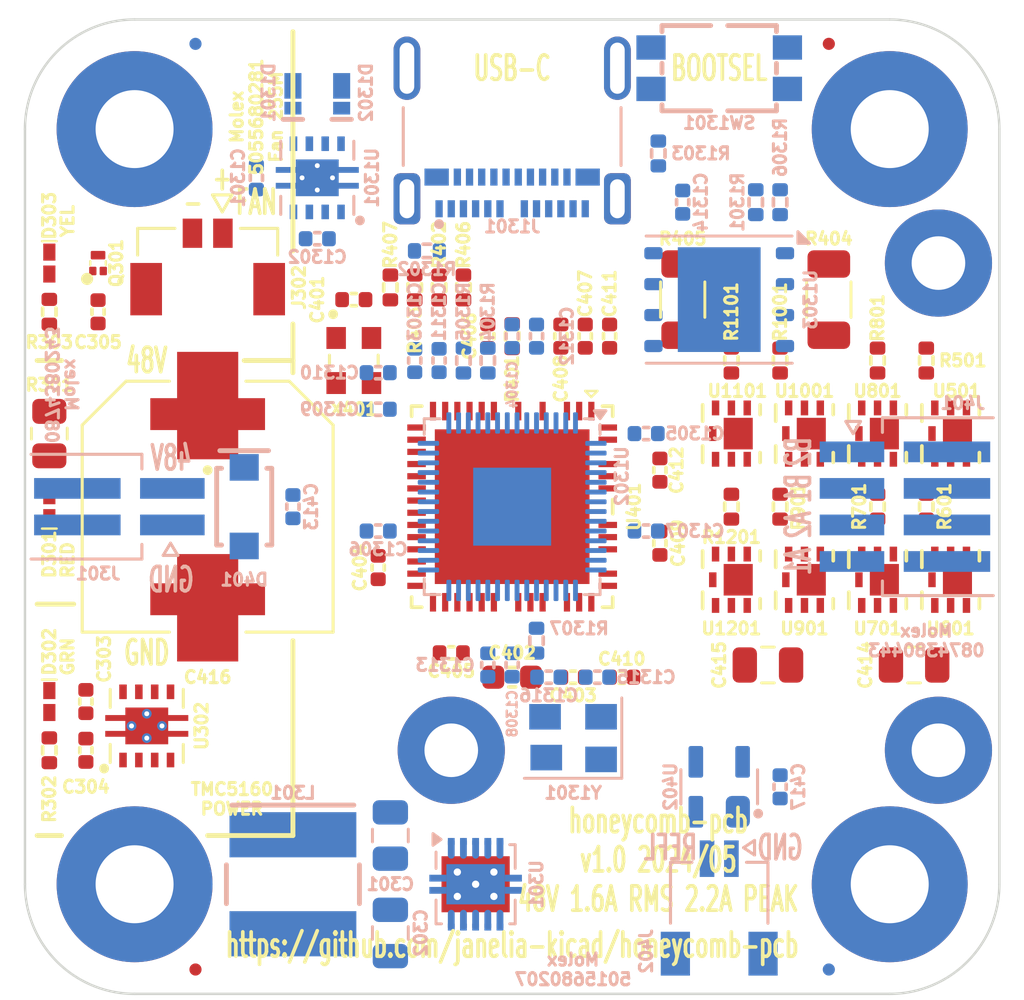
<source format=kicad_pcb>
(kicad_pcb (version 20221018) (generator pcbnew)
  (title_block (title "honeycomb-pcb") (date "2024-07-12") (rev "1.0") (company "Howard Hughes Medical Institute"))
  (layers (0 "F.Cu" signal) (1 "In1.Cu" signal "Gnd") (2 "In2.Cu" signal "Power") (31 "B.Cu" signal) (34 "B.Paste" user) (35 "F.Paste" user) (36 "B.SilkS" user "B.Silkscreen") (37 "F.SilkS" user "F.Silkscreen") (38 "B.Mask" user) (39 "F.Mask" user) (44 "Edge.Cuts" user))
  (net 0 "")
  (net 1 "/GND")
  (net 2 "/tmc5160/CPO")
  (net 3 "/tmc5160/CPI")
  (net 4 "/tmc5160/VCP")
  (net 5 "/tmc5160/VCC")
  (net 6 "/tmc5160/5VOUT")
  (net 7 "/tmc5160/12VOUT")
  (net 8 "/tmc5160/CA1")
  (net 9 "/tmc5160/BMA1")
  (net 10 "/tmc5160/CA2")
  (net 11 "/tmc5160/BMA2")
  (net 12 "/tmc5160/CB1")
  (net 13 "/tmc5160/BMB1")
  (net 14 "/tmc5160/CB2")
  (net 15 "/tmc5160/BMB2")
  (net 16 "/rp2040/VSYS")
  (net 17 "/ENABLE_FAN")
  (net 18 "/rp2040/+3.3V")
  (net 19 "/rp2040/+1.1V")
  (net 20 "/rp2040/XIN")
  (net 21 "/rp2040/XOUTB")
  (net 22 "/power/FAN-")
  (net 23 "/rp2040/VBUS")
  (net 24 "/tmc5160/REFL")
  (net 25 "/rp2040/CC1")
  (net 26 "/rp2040/CC2")
  (net 27 "/rp2040/D+")
  (net 28 "/rp2040/D-")
  (net 29 "/tmc5160/SRAH")
  (net 30 "/tmc5160/SRA")
  (net 31 "/tmc5160/SRBH")
  (net 32 "/ENABLE_VIO")
  (net 33 "/~{CS}")
  (net 34 "/SCK")
  (net 35 "/MOSI")
  (net 36 "/MISO")
  (net 37 "/tmc5160/SRB")
  (net 38 "/VM")
  (net 39 "/VIO")
  (net 40 "/tmc5160/SRAL")
  (net 41 "/DIAG0")
  (net 42 "/DIAG1")
  (net 43 "/+5V")
  (net 44 "/tmc5160/SRBL")
  (net 45 "/tmc5160/HA1")
  (net 46 "/tmc5160/HA2")
  (net 47 "/tmc5160/LA2")
  (net 48 "/tmc5160/LA1")
  (net 49 "/power/LED_RED+")
  (net 50 "/power/LED_GRN+")
  (net 56 "/tmc5160/HB2")
  (net 57 "/tmc5160/HB1")
  (net 58 "/tmc5160/LB1")
  (net 59 "/tmc5160/LB2")
  (net 60 "/rp2040/QSPI_SS")
  (net 61 "/power/SW")
  (net 62 "/rp2040/USB_P")
  (net 63 "/rp2040/USB_N")
  (net 64 "/rp2040/~{USB_BOOT}")
  (net 65 "/rp2040/XOUT")
  (net 66 "/tmc5160/CLOCK")
  (net 75 "/power/LED_YEL+")
  (net 76 "/tmc5160/mosfet1/GATEB")
  (net 77 "/tmc5160/mosfet2/GATEB")
  (net 78 "/tmc5160/mosfet4/GATEB")
  (net 79 "/tmc5160/mosfet3/GATEB")
  (net 80 "/tmc5160/mosfet6/GATEB")
  (net 81 "/tmc5160/mosfet5/GATEB")
  (net 82 "/tmc5160/mosfet7/GATEB")
  (net 87 "/tmc5160/REFL_DEBOUNCED")
  (net 98 "/rp2040/QSPI_SD3")
  (net 99 "/rp2040/QSPI_SCLK")
  (net 100 "/rp2040/QSPI_SD0")
  (net 101 "/rp2040/QSPI_SD2")
  (net 102 "/rp2040/QSPI_SD1")
  (net 119 "/tmc5160/mosfet8/GATEB")
  (footprint "Janelia:R_0402_1005Metric" (layer "F.Cu") (at 148.4 92.6 90)
    (fp_text reference "R403" (at -1.75 0 90) (layer "F.SilkS") (effects (font (size 0.5 0.5) (thickness 0.125) bold)))
    (fp_text value "47")
    (pad "1" smd roundrect (at -0.51 0 90) (size 0.54 0.64) (layers "F.Cu" "F.Paste" "F.Mask") (net 31 "/tmc5160/SRBH"))
    (pad "2" smd roundrect (at 0.51 0 90) (size 0.54 0.64) (layers "F.Cu" "F.Paste" "F.Mask") (net 37 "/tmc5160/SRB"))
  )
  (footprint "Janelia:R_0402_1005Metric" (layer "F.Cu") (at 163.4 101.6 -90)
    (fp_text reference "R901" (at 0 -0.75 -90) (layer "F.SilkS") (effects (font (size 0.5 0.5) (thickness 0.125) bold)))
    (fp_text value "15")
    (pad "1" smd roundrect (at -0.51 0 270) (size 0.54 0.64) (layers "F.Cu" "F.Paste" "F.Mask") (net 56 "/tmc5160/HB2"))
    (pad "2" smd roundrect (at 0.51 0 270) (size 0.54 0.64) (layers "F.Cu" "F.Paste" "F.Mask") (net 80 "/tmc5160/mosfet6/GATEB"))
  )
  (footprint "Janelia:C_0402_1005Metric" (layer "F.Cu") (at 135.4 93.6 90)
    (fp_text reference "C305" (at -1.25 0 180) (layer "F.SilkS") (effects (font (size 0.5 0.5) (thickness 0.125) bold)))
    (fp_text value "1uF_25V")
    (pad "1" smd roundrect (at -0.48 0 90) (size 0.56 0.62) (layers "F.Cu" "F.Paste" "F.Mask") (net 43 "/+5V"))
    (pad "2" smd roundrect (at 0.48 0 90) (size 0.56 0.62) (layers "F.Cu" "F.Paste" "F.Mask") (net 1 "/GND"))
  )
  (footprint "Janelia:BUK7D3660EX_NEX" (layer "F.Cu") (at 170.4 98.6 -90)
    (fp_text reference "U501" (at -1.75 -0.25 unlocked) (layer "F.SilkS") (effects (font (size 0.5 0.5) (thickness 0.125))))
    (fp_text value "BUK7D36-60EX")
    (pad "1" smd rect (at -1.0541 -0.649999 270) (size 0.6096 0.3048) (layers "F.Cu" "F.Paste" "F.Mask") (net 38 "/VM"))
    (pad "2" smd rect (at -1.0541 0 270) (size 0.6096 0.3048) (layers "F.Cu" "F.Paste" "F.Mask") (net 38 "/VM"))
    (pad "3" smd rect (at -1.0541 0.649999 270) (size 0.6096 0.3048) (layers "F.Cu" "F.Paste" "F.Mask") (net 76 "/tmc5160/mosfet1/GATEB"))
    (pad "4" smd rect (at 1.0541 0.649999 270) (size 0.6096 0.3048) (layers "F.Cu" "F.Paste" "F.Mask") (net 9 "/tmc5160/BMA1"))
    (pad "5" smd rect (at 1.0541 0 270) (size 0.6096 0.3048) (layers "F.Cu" "F.Paste" "F.Mask") (net 38 "/VM"))
    (pad "6" smd rect (at 1.0541 -0.649999 270) (size 0.6096 0.3048) (layers "F.Cu" "F.Paste" "F.Mask") (net 38 "/VM"))
    (pad "7" smd rect (at 0 -0.28 270) (size 1.2954 1.1938) (layers "F.Cu" "F.Paste" "F.Mask") (net 38 "/VM"))
    (pad "8" smd rect (at 0 0.765 270) (size 0.6096 0.3048) (layers "F.Cu" "F.Paste" "F.Mask") (net 9 "/tmc5160/BMA1"))
  )
  (footprint "Janelia:R_0402_1005Metric" (layer "F.Cu") (at 133.4 111.6 90)
    (fp_text reference "R302" (at -2 0 90) (layer "F.SilkS") (effects (font (size 0.5 0.5) (thickness 0.125) bold)))
    (fp_text value "64.9")
    (pad "1" smd roundrect (at -0.51 0 90) (size 0.54 0.64) (layers "F.Cu" "F.Paste" "F.Mask") (net 39 "/VIO"))
    (pad "2" smd roundrect (at 0.51 0 90) (size 0.54 0.64) (layers "F.Cu" "F.Paste" "F.Mask") (net 50 "/power/LED_GRN+"))
  )
  (footprint "Janelia:XFDFN-3" (layer "F.Cu") (at 135.4 91.6 180)
    (fp_text reference "Q301" (at -0.75 0 270) (layer "F.SilkS") (effects (font (size 0.5 0.5) (thickness 0.125) bold)))
    (fp_text value "MOSFET-N-CH")
    (pad "1" smd roundrect (at 0.215 -0.325 180) (size 0.3 0.35) (layers "F.Cu" "F.Paste" "F.Mask") (roundrect_rratio 0.14706) (net 17 "/ENABLE_FAN"))
    (pad "2" smd roundrect (at -0.215 -0.325 180) (size 0.3 0.35) (layers "F.Cu" "F.Paste" "F.Mask") (roundrect_rratio 0.14706) (net 1 "/GND"))
    (pad "3" smd roundrect (at 0 0.325 180) (size 0.6 0.35) (layers "F.Cu" "F.Paste" "F.Mask") (roundrect_rratio 0.1428571429) (net 22 "/power/FAN-"))
  )
  (footprint "Janelia:R_0402_1005Metric" (layer "F.Cu") (at 167.4 95.6 -90)
    (fp_text reference "R801" (at -1.75 0 -90) (layer "F.SilkS") (effects (font (size 0.5 0.5) (thickness 0.125) bold)))
    (fp_text value "15")
    (pad "1" smd roundrect (at -0.51 0 270) (size 0.54 0.64) (layers "F.Cu" "F.Paste" "F.Mask") (net 48 "/tmc5160/LA1"))
    (pad "2" smd roundrect (at 0.51 0 270) (size 0.54 0.64) (layers "F.Cu" "F.Paste" "F.Mask") (net 79 "/tmc5160/mosfet3/GATEB"))
  )
  (footprint "Janelia:C_0402_1005Metric" (layer "F.Cu") (at 155.4 94.6 90)
    (fp_text reference "C407" (at 1.75 0 90) (layer "F.SilkS") (effects (font (size 0.5 0.5) (thickness 0.125) bold)))
    (fp_text value "2.2uF_35V")
    (pad "1" smd roundrect (at -0.48 0 90) (size 0.56 0.62) (layers "F.Cu" "F.Paste" "F.Mask") (net 7 "/tmc5160/12VOUT"))
    (pad "2" smd roundrect (at 0.48 0 90) (size 0.56 0.62) (layers "F.Cu" "F.Paste" "F.Mask") (net 1 "/GND"))
  )
  (footprint "Janelia:LED_0402-1005_KNB" (layer "F.Cu") (at 133.4 109.6 -90)
    (fp_text reference "D302" (at -1 0 90 unlocked) (layer "F.SilkS") (effects (font (size 0.5 0.5) (thickness 0.125) bold) (justify left)))
    (fp_text value "LED_GRN")
    (pad "1" smd rect (at -0.45 0 270) (size 0.7 0.5) (layers "F.Cu" "F.Paste" "F.Mask") (net 1 "/GND"))
    (pad "2" smd rect (at 0.45 0 270) (size 0.7 0.5) (layers "F.Cu" "F.Paste" "F.Mask") (net 50 "/power/LED_GRN+"))
  )
  (footprint "Janelia:C_0402_1005Metric" (layer "F.Cu") (at 151.4 94.6 90)
    (fp_text reference "C406" (at 0 -0.75 90) (layer "F.SilkS") (effects (font (size 0.5 0.5) (thickness 0.125) bold)))
    (fp_text value "2.2uF_35V")
    (pad "1" smd roundrect (at -0.48 0 90) (size 0.56 0.62) (layers "F.Cu" "F.Paste" "F.Mask") (net 6 "/tmc5160/5VOUT"))
    (pad "2" smd roundrect (at 0.48 0 90) (size 0.56 0.62) (layers "F.Cu" "F.Paste" "F.Mask") (net 1 "/GND"))
  )
  (footprint "Janelia:MountingHole_3.2mm_M3_Pad" (layer "F.Cu") (at 167.9 117.1)
    (fp_text reference "H203" hide)
    (fp_text value "MountingHole_M3_Pad" hide)
    (pad "1" thru_hole circle (at 0 0) (size 6.4 6.4) (drill 3.2) (layers "*.Cu" "*.Mask") (net 1 "/GND"))
  )
  (footprint "Janelia:BUK7D3660EX_NEX" (layer "F.Cu") (at 167.4 98.6 -90)
    (fp_text reference "U801" (at -1.75 0 unlocked) (layer "F.SilkS") (effects (font (size 0.5 0.5) (thickness 0.125))))
    (fp_text value "BUK7D36-60EX")
    (pad "1" smd rect (at -1.0541 -0.649999 270) (size 0.6096 0.3048) (layers "F.Cu" "F.Paste" "F.Mask") (net 9 "/tmc5160/BMA1"))
    (pad "2" smd rect (at -1.0541 0 270) (size 0.6096 0.3048) (layers "F.Cu" "F.Paste" "F.Mask") (net 9 "/tmc5160/BMA1"))
    (pad "3" smd rect (at -1.0541 0.649999 270) (size 0.6096 0.3048) (layers "F.Cu" "F.Paste" "F.Mask") (net 79 "/tmc5160/mosfet3/GATEB"))
    (pad "4" smd rect (at 1.0541 0.649999 270) (size 0.6096 0.3048) (layers "F.Cu" "F.Paste" "F.Mask") (net 30 "/tmc5160/SRA"))
    (pad "5" smd rect (at 1.0541 0 270) (size 0.6096 0.3048) (layers "F.Cu" "F.Paste" "F.Mask") (net 9 "/tmc5160/BMA1"))
    (pad "6" smd rect (at 1.0541 -0.649999 270) (size 0.6096 0.3048) (layers "F.Cu" "F.Paste" "F.Mask") (net 9 "/tmc5160/BMA1"))
    (pad "7" smd rect (at 0 -0.28 270) (size 1.2954 1.1938) (layers "F.Cu" "F.Paste" "F.Mask") (net 9 "/tmc5160/BMA1"))
    (pad "8" smd rect (at 0 0.765 270) (size 0.6096 0.3048) (layers "F.Cu" "F.Paste" "F.Mask") (net 30 "/tmc5160/SRA"))
  )
  (footprint "Janelia:R_0402_1005Metric" (layer "F.Cu") (at 133.4 93.6 90)
    (fp_text reference "R303" (at -1.25 0 180) (layer "F.SilkS") (effects (font (size 0.5 0.5) (thickness 0.125) bold)))
    (fp_text value "249")
    (pad "1" smd roundrect (at -0.51 0 90) (size 0.54 0.64) (layers "F.Cu" "F.Paste" "F.Mask") (net 43 "/+5V"))
    (pad "2" smd roundrect (at 0.51 0 90) (size 0.54 0.64) (layers "F.Cu" "F.Paste" "F.Mask") (net 75 "/power/LED_YEL+"))
  )
  (footprint "Janelia:R_0402_1005Metric" (layer "F.Cu") (at 150.4 92.6 90)
    (fp_text reference "R406" (at 1.75 0 90) (layer "F.SilkS") (effects (font (size 0.5 0.5) (thickness 0.125) bold)))
    (fp_text value "47")
    (pad "1" smd roundrect (at -0.51 0 90) (size 0.54 0.64) (layers "F.Cu" "F.Paste" "F.Mask") (net 40 "/tmc5160/SRAL"))
    (pad "2" smd roundrect (at 0.51 0 90) (size 0.54 0.64) (layers "F.Cu" "F.Paste" "F.Mask") (net 1 "/GND"))
  )
  (footprint "Janelia:R_0402_1005Metric" (layer "F.Cu") (at 161.4 101.6 -90)
    (fp_text reference "R1201" (at 1.25 0) (layer "F.SilkS") (effects (font (size 0.5 0.5) (thickness 0.125) bold)))
    (fp_text value "15")
    (pad "1" smd roundrect (at -0.51 0 270) (size 0.54 0.64) (layers "F.Cu" "F.Paste" "F.Mask") (net 59 "/tmc5160/LB2"))
    (pad "2" smd roundrect (at 0.51 0 270) (size 0.54 0.64) (layers "F.Cu" "F.Paste" "F.Mask") (net 119 "/tmc5160/mosfet8/GATEB"))
  )
  (footprint "Janelia:C_0402_1005Metric" (layer "F.Cu") (at 146.9 104.1 -90)
    (fp_text reference "C404" (at 0 0.75 -90) (layer "F.SilkS") (effects (font (size 0.5 0.5) (thickness 0.125) bold)))
    (fp_text value "0.1uF_100V")
    (pad "1" smd roundrect (at -0.48 0 270) (size 0.56 0.62) (layers "F.Cu" "F.Paste" "F.Mask") (net 39 "/VIO"))
    (pad "2" smd roundrect (at 0.48 0 270) (size 0.56 0.62) (layers "F.Cu" "F.Paste" "F.Mask") (net 1 "/GND"))
  )
  (footprint "Janelia:C_0402_1005Metric" (layer "F.Cu") (at 156.4 94.6 90)
    (fp_text reference "C411" (at 1.75 0 90) (layer "F.SilkS") (effects (font (size 0.5 0.5) (thickness 0.125) bold)))
    (fp_text value "0.22uF_25V")
    (pad "1" smd roundrect (at -0.48 0 90) (size 0.56 0.62) (layers "F.Cu" "F.Paste" "F.Mask") (net 12 "/tmc5160/CB1"))
    (pad "2" smd roundrect (at 0.48 0 90) (size 0.56 0.62) (layers "F.Cu" "F.Paste" "F.Mask") (net 13 "/tmc5160/BMB1"))
  )
  (footprint "Janelia:R_0402_1005Metric" (layer "F.Cu") (at 169.4 95.6 -90)
    (fp_text reference "R501" (at 0 -1.5) (layer "F.SilkS") (effects (font (size 0.5 0.5) (thickness 0.125) bold)))
    (fp_text value "15")
    (pad "1" smd roundrect (at -0.51 0 270) (size 0.54 0.64) (layers "F.Cu" "F.Paste" "F.Mask") (net 45 "/tmc5160/HA1"))
    (pad "2" smd roundrect (at 0.51 0 270) (size 0.54 0.64) (layers "F.Cu" "F.Paste" "F.Mask") (net 76 "/tmc5160/mosfet1/GATEB"))
  )
  (footprint "Janelia:BUK7D3660EX_NEX" (layer "F.Cu") (at 164.4 98.6 -90)
    (fp_text reference "U1001" (at -1.75 0 unlocked) (layer "F.SilkS") (effects (font (size 0.5 0.5) (thickness 0.125))))
    (fp_text value "BUK7D36-60EX")
    (pad "1" smd rect (at -1.0541 -0.649999 270) (size 0.6096 0.3048) (layers "F.Cu" "F.Paste" "F.Mask") (net 38 "/VM"))
    (pad "2" smd rect (at -1.0541 0 270) (size 0.6096 0.3048) (layers "F.Cu" "F.Paste" "F.Mask") (net 38 "/VM"))
    (pad "3" smd rect (at -1.0541 0.649999 270) (size 0.6096 0.3048) (layers "F.Cu" "F.Paste" "F.Mask") (net 81 "/tmc5160/mosfet5/GATEB"))
    (pad "4" smd rect (at 1.0541 0.649999 270) (size 0.6096 0.3048) (layers "F.Cu" "F.Paste" "F.Mask") (net 13 "/tmc5160/BMB1"))
    (pad "5" smd rect (at 1.0541 0 270) (size 0.6096 0.3048) (layers "F.Cu" "F.Paste" "F.Mask") (net 38 "/VM"))
    (pad "6" smd rect (at 1.0541 -0.649999 270) (size 0.6096 0.3048) (layers "F.Cu" "F.Paste" "F.Mask") (net 38 "/VM"))
    (pad "7" smd rect (at 0 -0.28 270) (size 1.2954 1.1938) (layers "F.Cu" "F.Paste" "F.Mask") (net 38 "/VM"))
    (pad "8" smd rect (at 0 0.765 270) (size 0.6096 0.3048) (layers "F.Cu" "F.Paste" "F.Mask") (net 13 "/tmc5160/BMB1"))
  )
  (footprint "Janelia:C_0402_1005Metric" (layer "F.Cu") (at 154.9 108.6)
    (fp_text reference "C403" (at 0 0.75) (layer "F.SilkS") (effects (font (size 0.5 0.5) (thickness 0.125) bold)))
    (fp_text value "0.1uF_100V")
    (pad "1" smd roundrect (at -0.48 0) (size 0.56 0.62) (layers "F.Cu" "F.Paste" "F.Mask") (net 38 "/VM"))
    (pad "2" smd roundrect (at 0.48 0) (size 0.56 0.62) (layers "F.Cu" "F.Paste" "F.Mask") (net 4 "/tmc5160/VCP"))
  )
  (footprint "Janelia:R_1206_3216Metric" (layer "F.Cu") (at 165.4 93.1 90)
    (fp_text reference "R404" (at 2.5 0 180) (layer "F.SilkS") (effects (font (size 0.5 0.5) (thickness 0.125) bold)))
    (fp_text value "0.15")
    (pad "1" smd roundrect (at -1.4625 0 90) (size 1.125 1.75) (layers "F.Cu" "F.Paste" "F.Mask") (roundrect_rratio 0.2222222222) (net 30 "/tmc5160/SRA"))
    (pad "2" smd roundrect (at 1.4625 0 90) (size 1.125 1.75) (layers "F.Cu" "F.Paste" "F.Mask") (roundrect_rratio 0.2222222222) (net 1 "/GND"))
  )
  (footprint "Janelia:BUK7D3660EX_NEX" (layer "F.Cu") (at 164.4 104.6 -90)
    (fp_text reference "U901" (at 2 0 unlocked) (layer "F.SilkS") (effects (font (size 0.5 0.5) (thickness 0.125))))
    (fp_text value "BUK7D36-60EX")
    (pad "1" smd rect (at -1.0541 -0.649999 270) (size 0.6096 0.3048) (layers "F.Cu" "F.Paste" "F.Mask") (net 38 "/VM"))
    (pad "2" smd rect (at -1.0541 0 270) (size 0.6096 0.3048) (layers "F.Cu" "F.Paste" "F.Mask") (net 38 "/VM"))
    (pad "3" smd rect (at -1.0541 0.649999 270) (size 0.6096 0.3048) (layers "F.Cu" "F.Paste" "F.Mask") (net 80 "/tmc5160/mosfet6/GATEB"))
    (pad "4" smd rect (at 1.0541 0.649999 270) (size 0.6096 0.3048) (layers "F.Cu" "F.Paste" "F.Mask") (net 15 "/tmc5160/BMB2"))
    (pad "5" smd rect (at 1.0541 0 270) (size 0.6096 0.3048) (layers "F.Cu" "F.Paste" "F.Mask") (net 38 "/VM"))
    (pad "6" smd rect (at 1.0541 -0.649999 270) (size 0.6096 0.3048) (layers "F.Cu" "F.Paste" "F.Mask") (net 38 "/VM"))
    (pad "7" smd rect (at 0 -0.28 270) (size 1.2954 1.1938) (layers "F.Cu" "F.Paste" "F.Mask") (net 38 "/VM"))
    (pad "8" smd rect (at 0 0.765 270) (size 0.6096 0.3048) (layers "F.Cu" "F.Paste" "F.Mask") (net 15 "/tmc5160/BMB2"))
  )
  (footprint "Janelia:R_0402_1005Metric" (layer "F.Cu") (at 163.4 95.6 -90)
    (fp_text reference "R1001" (at -2 0 -90) (layer "F.SilkS") (effects (font (size 0.5 0.5) (thickness 0.125) bold)))
    (fp_text value "15")
    (pad "1" smd roundrect (at -0.51 0 270) (size 0.54 0.64) (layers "F.Cu" "F.Paste" "F.Mask") (net 57 "/tmc5160/HB1"))
    (pad "2" smd roundrect (at 0.51 0 270) (size 0.54 0.64) (layers "F.Cu" "F.Paste" "F.Mask") (net 81 "/tmc5160/mosfet5/GATEB"))
  )
  (footprint "Janelia:CP_Hybrid_EEHZS1H221V" (layer "F.Cu") (at 139.9 101.6 -90)
    (fp_text reference "C416" (at 7 0) (layer "F.SilkS") (effects (font (size 0.5 0.5) (thickness 0.125))))
    (fp_text value "220uF_63V")
    (pad "1" smd custom (at -3.8 0 270) (size 2 2) (layers "F.Cu") (net 38 "/VM") (options (clearance outline) (anchor rect)) (primitives (gr_poly (pts (xy -0.65 2.35) (xy -0.65 1.25) (xy -2.55 1.25) (xy -2.55 -1.25) (xy -0.65 -1.25) (xy -0.65 -2.35) (xy 0.65 -2.35) (xy 0.65 -1.25) (xy 1.85 -1.25) (xy 1.85 1.25) (xy 0.65 1.25) (xy 0.65 2.35)) (width 0.01) (fill yes))))
    (pad "2" smd custom (at 3.8 0 270) (size 2 2) (layers "F.Cu") (net 1 "/GND") (options (clearance outline) (anchor rect)) (primitives (gr_poly (pts (xy 0.65 2.35) (xy 0.65 1.25) (xy 2.55 1.25) (xy 2.55 -1.25) (xy 0.65 -1.25) (xy 0.65 -2.35) (xy -0.65 -2.35) (xy -0.65 -1.25) (xy -1.85 -1.25) (xy -1.85 1.25) (xy -0.65 1.25) (xy -0.65 2.35)) (width 0.01) (fill yes))))
  )
  (footprint "Janelia:C_0805_2012Metric" (layer "F.Cu") (at 162.9 108.1 180)
    (fp_text reference "C415" (at 2 0 270) (layer "F.SilkS") (effects (font (size 0.5 0.5) (thickness 0.125))))
    (fp_text value "2.2uF_100V")
    (pad "1" smd roundrect (at -0.95 0 180) (size 1 1.45) (layers "F.Cu" "F.Paste" "F.Mask") (net 38 "/VM"))
    (pad "2" smd roundrect (at 0.95 0 180) (size 1 1.45) (layers "F.Cu" "F.Paste" "F.Mask") (net 1 "/GND"))
  )
  (footprint "Janelia:C_0402_1005Metric" (layer "F.Cu") (at 134.9 109.6 -90)
    (fp_text reference "C303" (at -1.75 -0.75 90) (layer "F.SilkS") (effects (font (size 0.5 0.5) (thickness 0.125) bold)))
    (fp_text value "1uF_25V")
    (pad "1" smd roundrect (at -0.48 0 270) (size 0.56 0.62) (layers "F.Cu" "F.Paste" "F.Mask") (net 43 "/+5V"))
    (pad "2" smd roundrect (at 0.48 0 270) (size 0.56 0.62) (layers "F.Cu" "F.Paste" "F.Mask") (net 1 "/GND"))
  )
  (footprint "Janelia:C_0402_1005Metric" (layer "F.Cu") (at 154.4 94.6 90)
    (fp_text reference "C408" (at -1.75 0 90) (layer "F.SilkS") (effects (font (size 0.5 0.5) (thickness 0.125) bold)))
    (fp_text value "0.1uF_100V")
    (pad "1" smd roundrect (at -0.48 0 90) (size 0.56 0.62) (layers "F.Cu" "F.Paste" "F.Mask") (net 38 "/VM"))
    (pad "2" smd roundrect (at 0.48 0 90) (size 0.56 0.62) (layers "F.Cu" "F.Paste" "F.Mask") (net 1 "/GND"))
  )
  (footprint "Janelia:BUK7D3660EX_NEX" (layer "F.Cu") (at 161.4 104.6 -90)
    (fp_text reference "U1201" (at 2 0 unlocked) (layer "F.SilkS") (effects (font (size 0.5 0.5) (thickness 0.125))))
    (fp_text value "BUK7D36-60EX")
    (pad "1" smd rect (at -1.0541 -0.649999 270) (size 0.6096 0.3048) (layers "F.Cu" "F.Paste" "F.Mask") (net 15 "/tmc5160/BMB2"))
    (pad "2" smd rect (at -1.0541 0 270) (size 0.6096 0.3048) (layers "F.Cu" "F.Paste" "F.Mask") (net 15 "/tmc5160/BMB2"))
    (pad "3" smd rect (at -1.0541 0.649999 270) (size 0.6096 0.3048) (layers "F.Cu" "F.Paste" "F.Mask") (net 119 "/tmc5160/mosfet8/GATEB"))
    (pad "4" smd rect (at 1.0541 0.649999 270) (size 0.6096 0.3048) (layers "F.Cu" "F.Paste" "F.Mask") (net 37 "/tmc5160/SRB"))
    (pad "5" smd rect (at 1.0541 0 270) (size 0.6096 0.3048) (layers "F.Cu" "F.Paste" "F.Mask") (net 15 "/tmc5160/BMB2"))
    (pad "6" smd rect (at 1.0541 -0.649999 270) (size 0.6096 0.3048) (layers "F.Cu" "F.Paste" "F.Mask") (net 15 "/tmc5160/BMB2"))
    (pad "7" smd rect (at 0 -0.28 270) (size 1.2954 1.1938) (layers "F.Cu" "F.Paste" "F.Mask") (net 15 "/tmc5160/BMB2"))
    (pad "8" smd rect (at 0 0.765 270) (size 0.6096 0.3048) (layers "F.Cu" "F.Paste" "F.Mask") (net 37 "/tmc5160/SRB"))
  )
  (footprint "Janelia:C_0402_1005Metric" (layer "F.Cu") (at 156.9 108.6)
    (fp_text reference "C410" (at 0 -0.75) (layer "F.SilkS") (effects (font (size 0.5 0.5) (thickness 0.125) bold)))
    (fp_text value "0.22uF_25V")
    (pad "1" smd roundrect (at -0.48 0) (size 0.56 0.62) (layers "F.Cu" "F.Paste" "F.Mask") (net 10 "/tmc5160/CA2"))
    (pad "2" smd roundrect (at 0.48 0) (size 0.56 0.62) (layers "F.Cu" "F.Paste" "F.Mask") (net 11 "/tmc5160/BMA2"))
  )
  (footprint "Janelia:R_1206_3216Metric" (layer "F.Cu") (at 159.4 93.1 90)
    (fp_text reference "R405" (at 2.5 0 180) (layer "F.SilkS") (effects (font (size 0.5 0.5) (thickness 0.125) bold)))
    (fp_text value "0.15")
    (pad "1" smd roundrect (at -1.4625 0 90) (size 1.125 1.75) (layers "F.Cu" "F.Paste" "F.Mask") (roundrect_rratio 0.2222222222) (net 37 "/tmc5160/SRB"))
    (pad "2" smd roundrect (at 1.4625 0 90) (size 1.125 1.75) (layers "F.Cu" "F.Paste" "F.Mask") (roundrect_rratio 0.2222222222) (net 1 "/GND"))
  )
  (footprint "Janelia:BUK7D3660EX_NEX" (layer "F.Cu") (at 161.4 98.6 -90)
    (fp_text reference "U1101" (at -1.75 -0.25 unlocked) (layer "F.SilkS") (effects (font (size 0.5 0.5) (thickness 0.125))))
    (fp_text value "BUK7D36-60EX")
    (pad "1" smd rect (at -1.0541 -0.649999 270) (size 0.6096 0.3048) (layers "F.Cu" "F.Paste" "F.Mask") (net 13 "/tmc5160/BMB1"))
    (pad "2" smd rect (at -1.0541 0 270) (size 0.6096 0.3048) (layers "F.Cu" "F.Paste" "F.Mask") (net 13 "/tmc5160/BMB1"))
    (pad "3" smd rect (at -1.0541 0.649999 270) (size 0.6096 0.3048) (layers "F.Cu" "F.Paste" "F.Mask") (net 82 "/tmc5160/mosfet7/GATEB"))
    (pad "4" smd rect (at 1.0541 0.649999 270) (size 0.6096 0.3048) (layers "F.Cu" "F.Paste" "F.Mask") (net 37 "/tmc5160/SRB"))
    (pad "5" smd rect (at 1.0541 0 270) (size 0.6096 0.3048) (layers "F.Cu" "F.Paste" "F.Mask") (net 13 "/tmc5160/BMB1"))
    (pad "6" smd rect (at 1.0541 -0.649999 270) (size 0.6096 0.3048) (layers "F.Cu" "F.Paste" "F.Mask") (net 13 "/tmc5160/BMB1"))
    (pad "7" smd rect (at 0 -0.28 270) (size 1.2954 1.1938) (layers "F.Cu" "F.Paste" "F.Mask") (net 13 "/tmc5160/BMB1"))
    (pad "8" smd rect (at 0 0.765 270) (size 0.6096 0.3048) (layers "F.Cu" "F.Paste" "F.Mask") (net 37 "/tmc5160/SRB"))
  )
  (footprint "Janelia:R_0402_1005Metric" (layer "F.Cu") (at 149.4 92.6 90)
    (fp_text reference "R402" (at 1.75 0 90) (layer "F.SilkS") (effects (font (size 0.5 0.5) (thickness 0.125) bold)))
    (fp_text value "47")
    (pad "1" smd roundrect (at -0.51 0 90) (size 0.54 0.64) (layers "F.Cu" "F.Paste" "F.Mask") (net 29 "/tmc5160/SRAH"))
    (pad "2" smd roundrect (at 0.51 0 90) (size 0.54 0.64) (layers "F.Cu" "F.Paste" "F.Mask") (net 30 "/tmc5160/SRA"))
  )
  (footprint "Janelia:R_0402_1005Metric" (layer "F.Cu") (at 147.4 92.6 90)
    (fp_text reference "R407" (at 1.75 0 90) (layer "F.SilkS") (effects (font (size 0.5 0.5) (thickness 0.125) bold)))
    (fp_text value "47")
    (pad "1" smd roundrect (at -0.51 0 90) (size 0.54 0.64) (layers "F.Cu" "F.Paste" "F.Mask") (net 44 "/tmc5160/SRBL"))
    (pad "2" smd roundrect (at 0.51 0 90) (size 0.54 0.64) (layers "F.Cu" "F.Paste" "F.Mask") (net 1 "/GND"))
  )
  (footprint "Janelia:R_0402_1005Metric" (layer "F.Cu") (at 152.4 94.6 -90)
    (fp_text reference "R401" (at 1.75 0 -90) (layer "F.SilkS") (effects (font (size 0.5 0.5) (thickness 0.125) bold)))
    (fp_text value "2.2")
    (pad "1" smd roundrect (at -0.51 0 270) (size 0.54 0.64) (layers "F.Cu" "F.Paste" "F.Mask") (net 5 "/tmc5160/VCC"))
    (pad "2" smd roundrect (at 0.51 0 270) (size 0.54 0.64) (layers "F.Cu" "F.Paste" "F.Mask") (net 6 "/tmc5160/5VOUT"))
  )
  (footprint "Janelia:C_0402_1005Metric" (layer "F.Cu") (at 145.9 93.1 180)
    (fp_text reference "C401" (at 1.5 0 270) (layer "F.SilkS") (effects (font (size 0.5 0.5) (thickness 0.125) bold)))
    (fp_text value "0.1uF_100V")
    (pad "1" smd roundrect (at -0.48 0 180) (size 0.56 0.62) (layers "F.Cu" "F.Paste" "F.Mask") (net 39 "/VIO"))
    (pad "2" smd roundrect (at 0.48 0 180) (size 0.56 0.62) (layers "F.Cu" "F.Paste" "F.Mask") (net 1 "/GND"))
  )
  (footprint "Janelia:OSC_ECS-2520S33-160-FN-TR" (layer "F.Cu") (at 145.9 95.6 -90)
    (fp_text reference "X401" (at 2 0) (layer "F.SilkS") (effects (font (size 0.5 0.5) (thickness 0.125))))
    (fp_text value "16MHz")
    (pad "1" smd rect (at -0.925 0.725 90) (size 0.9 0.8) (layers "F.Cu" "F.Paste" "F.Mask"))
    (pad "2" smd rect (at 0.925 0.725 90) (size 0.9 0.8) (layers "F.Cu" "F.Paste" "F.Mask") (net 1 "/GND"))
    (pad "3" smd rect (at 0.925 -0.725 90) (size 0.9 0.8) (layers "F.Cu" "F.Paste" "F.Mask") (net 66 "/tmc5160/CLOCK"))
    (pad "4" smd rect (at -0.925 -0.725 90) (size 0.9 0.8) (layers "F.Cu" "F.Paste" "F.Mask") (net 39 "/VIO"))
  )
  (footprint "Janelia:BUK7D3660EX_NEX" (layer "F.Cu") (at 167.4 104.6 -90)
    (fp_text reference "U701" (at 2 0 unlocked) (layer "F.SilkS") (effects (font (size 0.5 0.5) (thickness 0.125))))
    (fp_text value "BUK7D36-60EX")
    (pad "1" smd rect (at -1.0541 -0.649999 270) (size 0.6096 0.3048) (layers "F.Cu" "F.Paste" "F.Mask") (net 11 "/tmc5160/BMA2"))
    (pad "2" smd rect (at -1.0541 0 270) (size 0.6096 0.3048) (layers "F.Cu" "F.Paste" "F.Mask") (net 11 "/tmc5160/BMA2"))
    (pad "3" smd rect (at -1.0541 0.649999 270) (size 0.6096 0.3048) (layers "F.Cu" "F.Paste" "F.Mask") (net 78 "/tmc5160/mosfet4/GATEB"))
    (pad "4" smd rect (at 1.0541 0.649999 270) (size 0.6096 0.3048) (layers "F.Cu" "F.Paste" "F.Mask") (net 30 "/tmc5160/SRA"))
    (pad "5" smd rect (at 1.0541 0 270) (size 0.6096 0.3048) (layers "F.Cu" "F.Paste" "F.Mask") (net 11 "/tmc5160/BMA2"))
    (pad "6" smd rect (at 1.0541 -0.649999 270) (size 0.6096 0.3048) (layers "F.Cu" "F.Paste" "F.Mask") (net 11 "/tmc5160/BMA2"))
    (pad "7" smd rect (at 0 -0.28 270) (size 1.2954 1.1938) (layers "F.Cu" "F.Paste" "F.Mask") (net 11 "/tmc5160/BMA2"))
    (pad "8" smd rect (at 0 0.765 270) (size 0.6096 0.3048) (layers "F.Cu" "F.Paste" "F.Mask") (net 30 "/tmc5160/SRA"))
  )
  (footprint "Janelia:21-100593_ADI" (layer "F.Cu") (at 152.4 101.6 -90)
    (fp_text reference "U401" (at 0 -5 90 unlocked) (layer "F.SilkS") (effects (font (size 0.5 0.5) (thickness 0.125) bold)))
    (fp_text value "TMC5160A-WA")
    (pad "1" smd rect (at -3.9243 -3.250001) (size 0.254 0.762) (layers "F.Cu" "F.Paste" "F.Mask") (net 13 "/tmc5160/BMB1"))
    (pad "2" smd rect (at -3.9243 -2.75) (size 0.254 0.762) (layers "F.Cu" "F.Paste" "F.Mask") (net 57 "/tmc5160/HB1"))
    (pad "3" smd rect (at -3.9243 -2.250001) (size 0.254 0.762) (layers "F.Cu" "F.Paste" "F.Mask") (net 12 "/tmc5160/CB1"))
    (pad "4" smd rect (at -3.9243 -1.25) (size 0.254 0.762) (layers "F.Cu" "F.Paste" "F.Mask") (net 7 "/tmc5160/12VOUT"))
    (pad "5" smd rect (at -3.9243 -0.25) (size 0.254 0.762) (layers "F.Cu" "F.Paste" "F.Mask") (net 38 "/VM"))
    (pad "6" smd rect (at -3.9243 0.750001) (size 0.254 0.762) (layers "F.Cu" "F.Paste" "F.Mask") (net 6 "/tmc5160/5VOUT"))
    (pad "7" smd rect (at -3.9243 1.25) (size 0.254 0.762) (layers "F.Cu" "F.Paste" "F.Mask") (net 1 "/GND"))
    (pad "8" smd rect (at -3.9243 1.749999) (size 0.254 0.762) (layers "F.Cu" "F.Paste" "F.Mask") (net 40 "/tmc5160/SRAL"))
    (pad "9" smd rect (at -3.9243 2.250001) (size 0.254 0.762) (layers "F.Cu" "F.Paste" "F.Mask") (net 29 "/tmc5160/SRAH"))
    (pad "10" smd rect (at -3.9243 2.75) (size 0.254 0.762) (layers "F.Cu" "F.Paste" "F.Mask") (net 31 "/tmc5160/SRBH"))
    (pad "11" smd rect (at -3.9243 3.250001) (size 0.254 0.762) (layers "F.Cu" "F.Paste" "F.Mask") (net 44 "/tmc5160/SRBL"))
    (pad "12" smd rect (at -3.250001 3.9243 270) (size 0.254 0.762) (layers "F.Cu" "F.Paste" "F.Mask") (net 1 "/GND"))
    (pad "13" smd rect (at -2.75 3.9243 270) (size 0.254 0.762) (layers "F.Cu" "F.Paste" "F.Mask") (net 66 "/tmc5160/CLOCK"))
    (pad "14" smd rect (at -2.250001 3.9243 270) (size 0.254 0.762) (layers "F.Cu" "F.Paste" "F.Mask") (net 33 "/~{CS}"))
    (pad "15" smd rect (at -1.749999 3.9243 270) (size 0.254 0.762) (layers "F.Cu" "F.Paste" "F.Mask") (net 34 "/SCK"))
    (pad "16" smd rect (at -1.25 3.9243 270) (size 0.254 0.762) (layers "F.Cu" "F.Paste" "F.Mask") (net 35 "/MOSI"))
    (pad "17" smd rect (at -0.750001 3.9243 270) (size 0.254 0.762) (layers "F.Cu" "F.Paste" "F.Mask") (net 36 "/MISO"))
    (pad "18" smd rect (at -0.25 3.9243 270) (size 0.254 0.762) (layers "F.Cu" "F.Paste" "F.Mask") (net 87 "/tmc5160/REFL_DEBOUNCED"))
    (pad "19" smd rect (at 0.25 3.9243 270) (size 0.254 0.762) (layers "F.Cu" "F.Paste" "F.Mask") (net 1 "/GND"))
    (pad "20" smd rect (at 0.750001 3.9243 270) (size 0.254 0.762) (layers "F.Cu" "F.Paste" "F.Mask") (net 39 "/VIO"))
    (pad "21" smd rect (at 1.25 3.9243 270) (size 0.254 0.762) (layers "F.Cu" "F.Paste" "F.Mask") (net 1 "/GND"))
    (pad "22" smd rect (at 1.749999 3.9243 270) (size 0.254 0.762) (layers "F.Cu" "F.Paste" "F.Mask") (net 39 "/VIO"))
    (pad "23" smd rect (at 2.250001 3.9243 270) (size 0.254 0.762) (layers "F.Cu" "F.Paste" "F.Mask"))
    (pad "24" smd rect (at 2.75 3.9243 270) (size 0.254 0.762) (layers "F.Cu" "F.Paste" "F.Mask"))
    (pad "25" smd rect (at 3.250001 3.9243 270) (size 0.254 0.762) (layers "F.Cu" "F.Paste" "F.Mask") (net 1 "/GND"))
    (pad "26" smd rect (at 3.9243 3.250001) (size 0.254 0.762) (layers "F.Cu" "F.Paste" "F.Mask") (net 1 "/GND"))
    (pad "27" smd rect (at 3.9243 2.75) (size 0.254 0.762) (layers "F.Cu" "F.Paste" "F.Mask") (net 41 "/DIAG0"))
    (pad "28" smd rect (at 3.9243 2.250001) (size 0.254 0.762) (layers "F.Cu" "F.Paste" "F.Mask") (net 42 "/DIAG1"))
    (pad "29" smd rect (at 3.9243 1.749999) (size 0.254 0.762) (layers "F.Cu" "F.Paste" "F.Mask") (net 1 "/GND"))
    (pad "30" smd rect (at 3.9243 1.25) (size 0.254 0.762) (layers "F.Cu" "F.Paste" "F.Mask") (net 5 "/tmc5160/VCC"))
    (pad "31" smd rect (at 3.9243 0.750001) (size 0.254 0.762) (layers "F.Cu" "F.Paste" "F.Mask") (net 2 "/tmc5160/CPO"))
    (pad "32" smd rect (at 3.9243 -0.25) (size 0.254 0.762) (layers "F.Cu" "F.Paste" "F.Mask") (net 3 "/tmc5160/CPI"))
    (pad "33" smd rect (at 3.9243 -0.750001) (size 0.254 0.762) (layers "F.Cu" "F.Paste" "F.Mask") (net 38 "/VM"))
    (pad "34" smd rect (at 3.9243 -1.25) (size 0.254 0.762) (layers "F.Cu" "F.Paste" "F.Mask") (net 4 "/tmc5160/VCP"))
    (pad "35" smd rect (at 3.9243 -2.250001) (size 0.254 0.762) (layers "F.Cu" "F.Paste" "F.Mask") (net 10 "/tmc5160/CA2"))
    (pad "36" smd rect (at 3.9243 -2.75) (size 0.254 0.762) (layers "F.Cu" "F.Paste" "F.Mask") (net 46 "/tmc5160/HA2"))
    (pad "37" smd rect (at 3.9243 -3.250001) (size 0.254 0.762) (layers "F.Cu" "F.Paste" "F.Mask") (net 11 "/tmc5160/BMA2"))
    (pad "38" smd rect (at 3.250001 -3.9243 270) (size 0.254 0.762) (layers "F.Cu" "F.Paste" "F.Mask") (net 47 "/tmc5160/LA2"))
    (pad "39" smd rect (at 2.75 -3.9243 270) (size 0.254 0.762) (layers "F.Cu" "F.Paste" "F.Mask") (net 48 "/tmc5160/LA1"))
    (pad "40" smd rect (at 1.749999 -3.9243 270) (size 0.254 0.762) (layers "F.Cu" "F.Paste" "F.Mask") (net 9 "/tmc5160/BMA1"))
    (pad "41" smd rect (at 1.25 -3.9243 270) (size 0.254 0.762) (layers "F.Cu" "F.Paste" "F.Mask") (net 45 "/tmc5160/HA1"))
    (pad "42" smd rect (at 0.750001 -3.9243 270) (size 0.254 0.762) (layers "F.Cu" "F.Paste" "F.Mask") (net 8 "/tmc5160/CA1"))
    (pad "43" smd rect (at -0.750001 -3.9243 270) (size 0.254 0.762) (layers "F.Cu" "F.Paste" "F.Mask") (net 14 "/tmc5160/CB2"))
    (pad "44" smd rect (at -1.25 -3.9243 270) (size 0.254 0.762) (layers "F.Cu" "F.Paste" "F.Mask") (net 56 "/tmc5160/HB2"))
    (pad "45" smd rect (at -1.749999 -3.9243 270) (size 0.254 0.762) (layers "F.Cu" "F.Paste" "F.Mask") (net 15 "/tmc5160/BMB2"))
    (pad "46" smd rect (at -2.75 -3.9243 270) (size 0.254 0.762) (layers "F.Cu" "F.Paste" "F.Mask") (net 59 "/tmc5160/LB2"))
    (pad "47" smd rect (at -3.250001 -3.9243 270) (size 0.254 0.762) (layers "F.Cu" "F.Paste" "F.Mask") (net 58 "/tmc5160/LB1"))
    (pad "48" smd rect (at 0 0 270) (size 6.35 6.35) (layers "F.Cu" "F.Paste" "F.Mask") (net 1 "/GND"))
  )
  (footprint "Janelia:MountingHole_3.2mm_M3_Pad" (layer "F.Cu") (at 136.9 86.1)
    (fp_text reference "H201" hide)
    (fp_text value "MountingHole_M3_Pad" hide)
    (pad "1" thru_hole circle (at 0 0) (size 6.4 6.4) (drill 3.2) (layers "*.Cu" "*.Mask") (net 1 "/GND"))
  )
  (footprint "Janelia:C_0402_1005Metric" (layer "F.Cu") (at 158.464852 100.1 90)
    (fp_text reference "C412" (at 0 0.685148 90) (layer "F.SilkS") (effects (font (size 0.5 0.5) (thickness 0.125) bold)))
    (fp_text value "0.22uF_25V")
    (pad "1" smd roundrect (at -0.48 0 90) (size 0.56 0.62) (layers "F.Cu" "F.Paste" "F.Mask") (net 14 "/tmc5160/CB2"))
    (pad "2" smd roundrect (at 0.48 0 90) (size 0.56 0.62) (layers "F.Cu" "F.Paste" "F.Mask") (net 15 "/tmc5160/BMB2"))
  )
  (footprint "Janelia:R_0402_1005Metric" (layer "F.Cu") (at 167.4 101.6 -90)
    (fp_text reference "R701" (at 0 0.75 -90) (layer "F.SilkS") (effects (font (size 0.5 0.5) (thickness 0.125) bold)))
    (fp_text value "15")
    (pad "1" smd roundrect (at -0.51 0 270) (size 0.54 0.64) (layers "F.Cu" "F.Paste" "F.Mask") (net 47 "/tmc5160/LA2"))
    (pad "2" smd roundrect (at 0.51 0 270) (size 0.54 0.64) (layers "F.Cu" "F.Paste" "F.Mask") (net 78 "/tmc5160/mosfet4/GATEB"))
  )
  (footprint "Janelia:BUK7D3660EX_NEX" (layer "F.Cu") (at 170.4 104.6 -90)
    (fp_text reference "U601" (at 2 0 unlocked) (layer "F.SilkS") (effects (font (size 0.5 0.5) (thickness 0.125))))
    (fp_text value "BUK7D36-60EX")
    (pad "1" smd rect (at -1.0541 -0.649999 270) (size 0.6096 0.3048) (layers "F.Cu" "F.Paste" "F.Mask") (net 38 "/VM"))
    (pad "2" smd rect (at -1.0541 0 270) (size 0.6096 0.3048) (layers "F.Cu" "F.Paste" "F.Mask") (net 38 "/VM"))
    (pad "3" smd rect (at -1.0541 0.649999 270) (size 0.6096 0.3048) (layers "F.Cu" "F.Paste" "F.Mask") (net 77 "/tmc5160/mosfet2/GATEB"))
    (pad "4" smd rect (at 1.0541 0.649999 270) (size 0.6096 0.3048) (layers "F.Cu" "F.Paste" "F.Mask") (net 11 "/tmc5160/BMA2"))
    (pad "5" smd rect (at 1.0541 0 270) (size 0.6096 0.3048) (layers "F.Cu" "F.Paste" "F.Mask") (net 38 "/VM"))
    (pad "6" smd rect (at 1.0541 -0.649999 270) (size 0.6096 0.3048) (layers "F.Cu" "F.Paste" "F.Mask") (net 38 "/VM"))
    (pad "7" smd rect (at 0 -0.28 270) (size 1.2954 1.1938) (layers "F.Cu" "F.Paste" "F.Mask") (net 38 "/VM"))
    (pad "8" smd rect (at 0 0.765 270) (size 0.6096 0.3048) (layers "F.Cu" "F.Paste" "F.Mask") (net 11 "/tmc5160/BMA2"))
  )
  (footprint "Janelia:C_0603_1608Metric" (layer "F.Cu") (at 152.4 108.6)
    (fp_text reference "C402" (at 0 -1) (layer "F.SilkS") (effects (font (size 0.5 0.5) (thickness 0.125) bold)))
    (fp_text value "22nF_100V")
    (pad "1" smd roundrect (at -0.775 0) (size 0.9 0.95) (layers "F.Cu" "F.Paste" "F.Mask") (net 2 "/tmc5160/CPO"))
    (pad "2" smd roundrect (at 0.775 0) (size 0.9 0.95) (layers "F.Cu" "F.Paste" "F.Mask") (net 3 "/tmc5160/CPI"))
  )
  (footprint "Janelia:R_0805_2012Metric" (layer "F.Cu") (at 133.4 98.6 -90)
    (fp_text reference "R301" (at -2 0) (layer "F.SilkS") (effects (font (size 0.5 0.5) (thickness 0.125) bold)))
    (fp_text value "2.32k")
    (pad "1" smd roundrect (at -0.9125 0 270) (size 1.025 1.4) (layers "F.Cu" "F.Paste" "F.Mask") (roundrect_rratio 0.243902439) (net 38 "/VM"))
    (pad "2" smd roundrect (at 0.9125 0 270) (size 1.025 1.4) (layers "F.Cu" "F.Paste" "F.Mask") (roundrect_rratio 0.243902439) (net 49 "/power/LED_RED+"))
  )
  (footprint "Janelia:R_0402_1005Metric" (layer "F.Cu") (at 169.4 101.6 -90)
    (fp_text reference "R601" (at 0 -0.75 -90) (layer "F.SilkS") (effects (font (size 0.5 0.5) (thickness 0.125) bold)))
    (fp_text value "15")
    (pad "1" smd roundrect (at -0.51 0 270) (size 0.54 0.64) (layers "F.Cu" "F.Paste" "F.Mask") (net 46 "/tmc5160/HA2"))
    (pad "2" smd roundrect (at 0.51 0 270) (size 0.54 0.64) (layers "F.Cu" "F.Paste" "F.Mask") (net 77 "/tmc5160/mosfet2/GATEB"))
  )
  (footprint "Janelia:Molex_Micro-Lock-PLUS-505568_1x02_P1.25mm_Vertical" (layer "F.Cu") (at 139.9 92.1 180)
    (fp_text reference "J302" (at -3.75 -0.5 270) (layer "F.SilkS") (effects (font (size 0.5 0.5) (thickness 0.125) bold)))
    (fp_text value "Molex_Pico-Lock-PLUS_Vertical")
    (pad "" smd rect (at -2.525 -0.57 180) (size 1.3 2.15) (layers "F.Cu" "F.Paste"))
    (pad "" smd rect (at 2.525 -0.57 180) (size 1.3 2.15) (layers "F.Cu" "F.Paste"))
    (pad "1" smd rect (at -0.625 1.725 180) (size 0.8 1.2) (layers "F.Cu" "F.Paste") (net 43 "/+5V"))
    (pad "2" smd rect (at 0.625 1.725 180) (size 0.8 1.2) (layers "F.Cu" "F.Paste") (net 22 "/power/FAN-"))
  )
  (footprint "Janelia:LED_0402-1005_KNB" (layer "F.Cu") (at 133.4 101.6 90)
    (fp_text reference "D301" (at -3 0 90 unlocked) (layer "F.SilkS") (effects (font (size 0.5 0.5) (thickness 0.125) bold) (justify left)))
    (fp_text value "LED_RED")
    (pad "1" smd rect (at -0.45 0 90) (size 0.7 0.5) (layers "F.Cu" "F.Paste" "F.Mask") (net 1 "/GND"))
    (pad "2" smd rect (at 0.45 0 90) (size 0.7 0.5) (layers "F.Cu" "F.Paste" "F.Mask") (net 49 "/power/LED_RED+"))
  )
  (footprint "Janelia:MountingHole_3.2mm_M3_Pad" (layer "F.Cu") (at 167.9 86.1)
    (fp_text reference "H202" hide)
    (fp_text value "MountingHole_M3_Pad" hide)
    (pad "1" thru_hole circle (at 0 0) (size 6.4 6.4) (drill 3.2) (layers "*.Cu" "*.Mask") (net 1 "/GND"))
  )
  (footprint "Janelia:FIDUCIAL_0.5mm_Mask1mm" (layer "F.Cu") (at 165.4 82.6)
    (fp_text reference "FID202")
    (fp_text value "FIDUCIAL_0.5mm_MASK1mm" hide)
    (pad "" smd circle (at 0 0) (size 0.5 0.5) (layers "F.Cu" "F.Mask") (clearance 0.255))
  )
  (footprint "Janelia:C_0402_1005Metric" (layer "F.Cu") (at 149.9 107.6 180)
    (fp_text reference "C405" (at 0 -0.75 180) (layer "F.SilkS") (effects (font (size 0.5 0.5) (thickness 0.125) bold)))
    (fp_text value "0.47uF_35V")
    (pad "1" smd roundrect (at -0.48 0 180) (size 0.56 0.62) (layers "F.Cu" "F.Paste" "F.Mask") (net 5 "/tmc5160/VCC"))
    (pad "2" smd roundrect (at 0.48 0 180) (size 0.56 0.62) (layers "F.Cu" "F.Paste" "F.Mask") (net 1 "/GND"))
  )
  (footprint "Janelia:FAN_5VDC_25x25x8mm" (layer "F.Cu") (at 159.9 101.6)
    (fp_text reference "M301" hide)
    (fp_text value "Fan_5VDC_25x25x8mm" hide)
    (pad "1" thru_hole circle (at 10 -10) (size 4.4 4.4) (drill 2.2) (layers "*.Cu" "*.Mask") (net 1 "/GND"))
    (pad "2" thru_hole circle (at 10 10) (size 4.4 4.4) (drill 2.2) (layers "*.Cu" "*.Mask") (net 1 "/GND"))
    (pad "3" thru_hole circle (at -10 10) (size 4.4 4.4) (drill 2.2) (layers "*.Cu" "*.Mask") (net 1 "/GND"))
  )
  (footprint "Janelia:C_0402_1005Metric" (layer "F.Cu") (at 158.464852 103.1 -90)
    (fp_text reference "C409" (at 0 -0.75 -90) (layer "F.SilkS") (effects (font (size 0.5 0.5) (thickness 0.125) bold)))
    (fp_text value "0.22uF_25V")
    (pad "1" smd roundrect (at -0.48 0 270) (size 0.56 0.62) (layers "F.Cu" "F.Paste" "F.Mask") (net 8 "/tmc5160/CA1"))
    (pad "2" smd roundrect (at 0.48 0 270) (size 0.56 0.62) (layers "F.Cu" "F.Paste" "F.Mask") (net 9 "/tmc5160/BMA1"))
  )
  (footprint "Janelia:FIDUCIAL_0.5mm_Mask1mm" (layer "F.Cu") (at 139.4 120.6)
    (fp_text reference "FID204")
    (fp_text value "FIDUCIAL_0.5mm_MASK1mm" hide)
    (pad "" smd circle (at 0 0) (size 0.5 0.5) (layers "F.Cu" "F.Mask") (clearance 0.255))
  )
  (footprint "Janelia:R_0402_1005Metric" (layer "F.Cu") (at 161.4 95.6 -90)
    (fp_text reference "R1101" (at -2 0 -90) (layer "F.SilkS") (effects (font (size 0.5 0.5) (thickness 0.125) bold)))
    (fp_text value "15")
    (pad "1" smd roundrect (at -0.51 0 270) (size 0.54 0.64) (layers "F.Cu" "F.Paste" "F.Mask") (net 58 "/tmc5160/LB1"))
    (pad "2" smd roundrect (at 0.51 0 270) (size 0.54 0.64) (layers "F.Cu" "F.Paste" "F.Mask") (net 82 "/tmc5160/mosfet7/GATEB"))
  )
  (footprint "Janelia:LED_0402-1005_KNB" (layer "F.Cu") (at 133.4 91.6 -90)
    (fp_text reference "D303" (at -0.9 0 90 unlocked) (layer "F.SilkS") (effects (font (size 0.5 0.5) (thickness 0.125) bold) (justify left)))
    (fp_text value "LED_YEL")
    (pad "1" smd rect (at -0.45 0 270) (size 0.7 0.5) (layers "F.Cu" "F.Paste" "F.Mask") (net 22 "/power/FAN-"))
    (pad "2" smd rect (at 0.45 0 270) (size 0.7 0.5) (layers "F.Cu" "F.Paste" "F.Mask") (net 75 "/power/LED_YEL+"))
  )
  (footprint "Janelia:TPS737Q1" (layer "F.Cu") (at 137.4 110.6 90)
    (fp_text reference "U302" (at 0 2.25 90) (layer "F.SilkS") (effects (font (size 0.5 0.5) (thickness 0.125))))
    (fp_text value "Linear_3.3V_1A")
    (pad "1" smd roundrect (at -1.4 -0.975 90) (size 0.6 0.31) (layers "F.Cu" "F.Paste") (roundrect_rratio 0.04) (net 39 "/VIO"))
    (pad "2" smd roundrect (at -1.4 -0.325 90) (size 0.6 0.31) (layers "F.Cu" "F.Paste") (roundrect_rratio 0.04))
    (pad "3" smd roundrect (at -1.4 0.325 90) (size 0.6 0.31) (layers "F.Cu" "F.Paste") (roundrect_rratio 0.04))
    (pad "4" smd roundrect (at -1.4 0.975 90) (size 0.6 0.31) (layers "F.Cu" "F.Paste") (roundrect_rratio 0.04) (net 1 "/GND"))
    (pad "5" smd roundrect (at 1.4 0.975 90) (size 0.6 0.31) (layers "F.Cu" "F.Paste") (roundrect_rratio 0.04) (net 32 "/ENABLE_VIO"))
    (pad "6" smd roundrect (at 1.4 0.325 90) (size 0.6 0.31) (layers "F.Cu" "F.Paste") (roundrect_rratio 0.04))
    (pad "7" smd roundrect (at 1.4 -0.325 90) (size 0.6 0.31) (layers "F.Cu" "F.Paste") (roundrect_rratio 0.04))
    (pad "8" smd roundrect (at 1.4 -0.975 90) (size 0.6 0.31) (layers "F.Cu" "F.Paste") (roundrect_rratio 0.04) (net 43 "/+5V"))
    (pad "9" thru_hole circle (at -0.5 0 90) (size 0.4 0.4) (drill 0.2) (layers "*.Cu") (net 1 "/GND"))
    (pad "9" thru_hole circle (at 0 -0.625 90) (size 0.4 0.4) (drill 0.2) (layers "*.Cu") (net 1 "/GND"))
    (pad "9" smd custom (at 0 0 90) (size 1.5 1.75) (layers "F.Cu") (net 1 "/GND") (options (clearance outline) (anchor rect)) (primitives (gr_poly (pts (xy -0.75 -0.875) (xy -0.44 -0.875) (xy -0.44 -1.7) (xy -0.21 -1.7) (xy -0.21 -0.875) (xy 0.21 -0.875) (xy 0.21 -1.7) (xy 0.44 -1.7) (xy 0.44 -0.875) (xy 0.75 -0.875) (xy 0.75 0.875) (xy 0.44 0.875) (xy 0.44 1.7) (xy 0.21 1.7) (xy 0.21 0.875) (xy -0.21 0.875) (xy -0.21 1.7) (xy -0.44 1.7) (xy -0.44 0.875) (xy -0.75 0.875)) (width 0.01) (fill yes))))
    (pad "9" thru_hole circle (at 0 0.625 90) (size 0.4 0.4) (drill 0.2) (layers "*.Cu") (net 1 "/GND"))
    (pad "9" thru_hole circle (at 0.5 0 90) (size 0.4 0.4) (drill 0.2) (layers "*.Cu") (net 1 "/GND"))
  )
  (footprint "Janelia:MountingHole_3.2mm_M3_Pad" (layer "F.Cu") (at 136.9 117.1)
    (fp_text reference "H204" hide)
    (fp_text value "MountingHole_M3_Pad" hide)
    (pad "1" thru_hole circle (at 0 0) (size 6.4 6.4) (drill 3.2) (layers "*.Cu" "*.Mask") (net 1 "/GND"))
  )
  (footprint "Janelia:C_0805_2012Metric" (layer "F.Cu") (at 168.9 108.1 180)
    (fp_text reference "C414" (at 2 0 270) (layer "F.SilkS") (effects (font (size 0.5 0.5) (thickness 0.125))))
    (fp_text value "2.2uF_100V")
    (pad "1" smd roundrect (at -0.95 0 180) (size 1 1.45) (layers "F.Cu" "F.Paste" "F.Mask") (net 38 "/VM"))
    (pad "2" smd roundrect (at 0.95 0 180) (size 1 1.45) (layers "F.Cu" "F.Paste" "F.Mask") (net 1 "/GND"))
  )
  (footprint "Janelia:C_0402_1005Metric" (layer "F.Cu") (at 134.9 111.6 90)
    (fp_text reference "C304" (at -1.5 0 180) (layer "F.SilkS") (effects (font (size 0.5 0.5) (thickness 0.125) bold)))
    (fp_text value "1uF_25V")
    (pad "1" smd roundrect (at -0.48 0 90) (size 0.56 0.62) (layers "F.Cu" "F.Paste" "F.Mask") (net 39 "/VIO"))
    (pad "2" smd roundrect (at 0.48 0 90) (size 0.56 0.62) (layers "F.Cu" "F.Paste" "F.Mask") (net 1 "/GND"))
  )
  (footprint "Janelia:FIDUCIAL_0.5mm_Mask1mm" (layer "B.Cu") (at 139.4 82.6 180)
    (fp_text reference "FID201")
    (fp_text value "FIDUCIAL_0.5mm_MASK1mm" hide)
    (pad "" smd circle (at 0 0 180) (size 0.5 0.5) (layers "B.Cu" "B.Mask") (clearance 0.255))
  )
  (footprint "Janelia:R_0402_1005Metric" (layer "B.Cu") (at 163.4 89.1 90)
    (fp_text reference "R1306" (at 2.25 0 270) (layer "B.SilkS") (effects (font (size 0.5 0.5) (thickness 0.125) bold) (justify mirror)))
    (fp_text value "1k")
    (pad "1" smd roundrect (at -0.51 0 90) (size 0.54 0.64) (layers "B.Cu" "B.Paste" "B.Mask") (net 60 "/rp2040/QSPI_SS"))
    (pad "2" smd roundrect (at 0.51 0 90) (size 0.54 0.64) (layers "B.Cu" "B.Paste" "B.Mask") (net 64 "/rp2040/~{USB_BOOT}"))
  )
  (footprint "Janelia:R_0402_1005Metric" (layer "B.Cu") (at 151.4 95.6 -90)
    (fp_text reference "R1304" (at -2 0 90) (layer "B.SilkS") (effects (font (size 0.5 0.5) (thickness 0.125) bold) (justify mirror)))
    (fp_text value "27")
    (pad "1" smd roundrect (at -0.51 0 270) (size 0.54 0.64) (layers "B.Cu" "B.Paste" "B.Mask") (net 27 "/rp2040/D+"))
    (pad "2" smd roundrect (at 0.51 0 270) (size 0.54 0.64) (layers "B.Cu" "B.Paste" "B.Mask") (net 62 "/rp2040/USB_P"))
  )
  (footprint "Janelia:C_0402_1005Metric" (layer "B.Cu") (at 153.4 94.6 90)
    (fp_text reference "C1312" (at 0 1.25 270) (layer "B.SilkS") (effects (font (size 0.5 0.5) (thickness 0.125) bold) (justify mirror)))
    (fp_text value "0.1uF_100V")
    (pad "1" smd roundrect (at -0.48 0 90) (size 0.56 0.62) (layers "B.Cu" "B.Paste" "B.Mask") (net 19 "/rp2040/+1.1V"))
    (pad "2" smd roundrect (at 0.48 0 90) (size 0.56 0.62) (layers "B.Cu" "B.Paste" "B.Mask") (net 1 "/GND"))
  )
  (footprint "Janelia:Crystal_SMD_Abracon_ABM8-4Pin_3.2x2.5mm" (layer "B.Cu") (at 154.9 111.1 180)
    (fp_text reference "Y1301" (at 0 -2.25) (layer "B.SilkS") (effects (font (size 0.5 0.5) (thickness 0.125)) (justify mirror)))
    (fp_text value "Crystal_12MHz")
    (pad "1" smd rect (at -1.15 -0.875 180) (size 1.3 1.05) (layers "B.Cu" "B.Paste" "B.Mask") (net 20 "/rp2040/XIN"))
    (pad "2" smd rect (at 1.1 -0.8 180) (size 1.3 1.05) (layers "B.Cu" "B.Paste" "B.Mask") (net 1 "/GND"))
    (pad "3" smd rect (at 1.15 0.875 180) (size 1.3 1.05) (layers "B.Cu" "B.Paste" "B.Mask") (net 21 "/rp2040/XOUTB"))
    (pad "4" smd rect (at -1.15 0.875 180) (size 1.3 1.05) (layers "B.Cu" "B.Paste" "B.Mask") (net 1 "/GND"))
  )
  (footprint "Janelia:C_0402_1005Metric" (layer "B.Cu") (at 155.9 108.6)
    (fp_text reference "C1315" (at 2 0 180) (layer "B.SilkS") (effects (font (size 0.5 0.5) (thickness 0.125) bold) (justify mirror)))
    (fp_text value "15pF_25V")
    (pad "1" smd roundrect (at -0.48 0) (size 0.56 0.62) (layers "B.Cu" "B.Paste" "B.Mask") (net 20 "/rp2040/XIN"))
    (pad "2" smd roundrect (at 0.48 0) (size 0.56 0.62) (layers "B.Cu" "B.Paste" "B.Mask") (net 1 "/GND"))
  )
  (footprint "Janelia:C_0805_2012Metric" (layer "B.Cu") (at 147.4 115.1 -90)
    (fp_text reference "C301" (at 2 0 -180) (layer "B.SilkS") (effects (font (size 0.5 0.5) (thickness 0.125)) (justify mirror)))
    (fp_text value "2.2uF_100V")
    (pad "1" smd roundrect (at -0.95 0 270) (size 1 1.45) (layers "B.Cu" "B.Paste" "B.Mask") (net 38 "/VM"))
    (pad "2" smd roundrect (at 0.95 0 270) (size 1 1.45) (layers "B.Cu" "B.Paste" "B.Mask") (net 1 "/GND"))
  )
  (footprint "Janelia:CR_DSN2_152AB-C_OSI" (layer "B.Cu") (at 143.4 84.6 90)
    (fp_text reference "D1301" (at 0 -1 90 unlocked) (layer "B.SilkS") (effects (font (size 0.5 0.5) (thickness 0.125)) (justify mirror)))
    (fp_text value "D_SCHOTTKY_40V_2A")
    (pad "1" smd rect (at -0.64 0 90) (size 0.52 0.7) (layers "B.Cu" "B.Paste" "B.Mask") (net 16 "/rp2040/VSYS"))
    (pad "2" smd rect (at 0.275 0 90) (size 1.05 0.7) (layers "B.Cu" "B.Paste" "B.Mask") (net 43 "/+5V"))
  )
  (footprint "Janelia:C_0402_1005Metric" (layer "B.Cu") (at 153.9 108.6 180)
    (fp_text reference "C1316" (at 0 -0.75) (layer "B.SilkS") (effects (font (size 0.5 0.5) (thickness 0.125) bold) (justify mirror)))
    (fp_text value "15pF_25V")
    (pad "1" smd roundrect (at -0.48 0 180) (size 0.56 0.62) (layers "B.Cu" "B.Paste" "B.Mask") (net 21 "/rp2040/XOUTB"))
    (pad "2" smd roundrect (at 0.48 0 180) (size 0.56 0.62) (layers "B.Cu" "B.Paste" "B.Mask") (net 1 "/GND"))
  )
  (footprint "Janelia:R_0402_1005Metric" (layer "B.Cu") (at 150.4 95.6 -90)
    (fp_text reference "R1305" (at -2 0 90) (layer "B.SilkS") (effects (font (size 0.5 0.5) (thickness 0.125) bold) (justify mirror)))
    (fp_text value "27")
    (pad "1" smd roundrect (at -0.51 0 270) (size 0.54 0.64) (layers "B.Cu" "B.Paste" "B.Mask") (net 28 "/rp2040/D-"))
    (pad "2" smd roundrect (at 0.51 0 270) (size 0.54 0.64) (layers "B.Cu" "B.Paste" "B.Mask") (net 63 "/rp2040/USB_N"))
  )
  (footprint "Janelia:C_0402_1005Metric" (layer "B.Cu") (at 152.4 94.6 90)
    (fp_text reference "C1304" (at -2 0 270) (layer "B.SilkS") (effects (font (size 0.4 0.4) (thickness 0.1) bold) (justify mirror)))
    (fp_text value "0.1uF_100V")
    (pad "1" smd roundrect (at -0.48 0 90) (size 0.56 0.62) (layers "B.Cu" "B.Paste" "B.Mask") (net 18 "/rp2040/+3.3V"))
    (pad "2" smd roundrect (at 0.48 0 90) (size 0.56 0.62) (layers "B.Cu" "B.Paste" "B.Mask") (net 1 "/GND"))
  )
  (footprint "Janelia:C_0402_1005Metric" (layer "B.Cu") (at 157.9 102.6)
    (fp_text reference "C1307" (at 2 0 180) (layer "B.SilkS") (effects (font (size 0.5 0.5) (thickness 0.125) bold) (justify mirror)))
    (fp_text value "0.1uF_100V")
    (pad "1" smd roundrect (at -0.48 0) (size 0.56 0.62) (layers "B.Cu" "B.Paste" "B.Mask") (net 18 "/rp2040/+3.3V"))
    (pad "2" smd roundrect (at 0.48 0) (size 0.56 0.62) (layers "B.Cu" "B.Paste" "B.Mask") (net 1 "/GND"))
  )
  (footprint "Janelia:SOT192P237X122-4N" (layer "B.Cu") (at 160.9 113.1 90)
    (fp_text reference "U402" (at 0 -2 270) (layer "B.SilkS") (effects (font (size 0.5 0.5) (thickness 0.125)) (justify mirror)))
    (fp_text value "MAX6816")
    (pad "1" smd roundrect (at -1.025 0.765 90) (size 1.3 0.99) (layers "B.Cu" "B.Paste" "B.Mask") (net 1 "/GND"))
    (pad "2" smd roundrect (at -1.025 -0.96 90) (size 1.3 0.6) (layers "B.Cu" "B.Paste" "B.Mask") (roundrect_rratio 0.15) (net 24 "/tmc5160/REFL"))
    (pad "3" smd roundrect (at 1.025 -0.96 90) (size 1.3 0.6) (layers "B.Cu" "B.Paste" "B.Mask") (roundrect_rratio 0.15) (net 87 "/tmc5160/REFL_DEBOUNCED"))
    (pad "4" smd roundrect (at 1.025 0.96 90) (size 1.3 0.6) (layers "B.Cu" "B.Paste" "B.Mask") (roundrect_rratio 0.15) (net 39 "/VIO"))
  )
  (footprint "Janelia:Molex_Pico-SPOX-87438_1x04-P1.5mm_Horizontal" (layer "B.Cu") (at 169.4 101.6 -90)
    (fp_text reference "J401" (at -4.25 -1.5 180) (layer "B.SilkS") (effects (font (size 0.5 0.5) (thickness 0.125) bold) (justify mirror)))
    (fp_text value "Molex_Pico-SPOX_Horizontal")
    (pad "" smd rect (at -2.25 -0.85 270) (size 0.85 3.55) (layers "B.Cu" "B.Paste"))
    (pad "" smd rect (at -0.75 -0.85 270) (size 0.85 3.55) (layers "B.Cu" "B.Paste"))
    (pad "" smd rect (at 0.75 -0.85 270) (size 0.85 3.55) (layers "B.Cu" "B.Paste"))
    (pad "" smd rect (at 2.25 -0.85 270) (size 0.85 3.55) (layers "B.Cu" "B.Paste"))
    (pad "1" smd rect (at -2.25 3.05 270) (size 0.85 2.65) (layers "B.Cu" "B.Paste") (net 15 "/tmc5160/BMB2"))
    (pad "2" smd rect (at -0.75 3.05 270) (size 0.85 2.65) (layers "B.Cu" "B.Paste") (net 13 "/tmc5160/BMB1"))
    (pad "3" smd rect (at 0.75 3.05 270) (size 0.85 2.65) (layers "B.Cu" "B.Paste") (net 11 "/tmc5160/BMA2"))
    (pad "4" smd rect (at 2.25 3.05 270) (size 0.85 2.65) (layers "B.Cu" "B.Paste") (net 9 "/tmc5160/BMA1"))
  )
  (footprint "Janelia:USB_C_Receptacle_Amphenol_10152803-00011LF" (layer "B.Cu") (at 152.4 83.6)
    (fp_text reference "J1301" (at 0 6.5 180) (layer "B.SilkS") (effects (font (size 0.5 0.5) (thickness 0.125) bold) (justify mirror)))
    (fp_text value "Connector_USB_C_Receptacle")
    (pad "A1" smd rect (at -3 5.77) (size 0.3 0.7) (layers "B.Cu" "B.Paste") (net 1 "/GND"))
    (pad "A2" smd rect (at -2.5 5.77) (size 0.3 0.7) (layers "B.Cu" "B.Paste"))
    (pad "A3" smd rect (at -2 5.77) (size 0.3 0.7) (layers "B.Cu" "B.Paste"))
    (pad "A4" smd rect (at -1.5 5.77) (size 0.3 0.7) (layers "B.Cu" "B.Paste") (net 23 "/rp2040/VBUS"))
    (pad "A5" smd rect (at -1 5.77) (size 0.3 0.7) (layers "B.Cu" "B.Paste") (net 25 "/rp2040/CC1"))
    (pad "A6" smd rect (at -0.5 5.77) (size 0.3 0.7) (layers "B.Cu" "B.Paste"))
    (pad "A7" smd rect (at 0.5 5.77) (size 0.3 0.7) (layers "B.Cu" "B.Paste"))
    (pad "A8" smd rect (at 1 5.77) (size 0.3 0.7) (layers "B.Cu" "B.Paste"))
    (pad "A9" smd rect (at 1.5 5.77) (size 0.3 0.7) (layers "B.Cu" "B.Paste"))
    (pad "A10" smd rect (at 2 5.77) (size 0.3 0.7) (layers "B.Cu" "B.Paste"))
    (pad "A11" smd rect (at 2.5 5.77) (size 0.3 0.7) (layers "B.Cu" "B.Paste"))
    (pad "A12" smd rect (at 3 5.77) (size 0.3 0.7) (layers "B.Cu" "B.Paste") (net 1 "/GND"))
    (pad "B1" smd rect (at 3.1 4.47) (size 1 0.7) (layers "B.Cu" "B.Paste") (net 1 "/GND"))
    (pad "B2" smd rect (at 2.25 4.47) (size 0.3 0.7) (layers "B.Cu" "B.Paste"))
    (pad "B3" smd rect (at 1.75 4.47) (size 0.3 0.7) (layers "B.Cu" "B.Paste"))
    (pad "B4" smd rect (at 1.25 4.47) (size 0.3 0.7) (layers "B.Cu" "B.Paste"))
    (pad "B5" smd rect (at 0.75 4.47) (size 0.3 0.7) (layers "B.Cu" "B.Paste") (net 26 "/rp2040/CC2"))
    (pad "B6" smd rect (at 0.25 4.47) (size 0.3 0.7) (layers "B.Cu" "B.Paste") (net 27 "/rp2040/D+"))
    (pad "B7" smd rect (at -0.25 4.47) (size 0.3 0.7) (layers "B.Cu" "B.Paste") (net 28 "/rp2040/D-"))
    (pad "B8" smd rect (at -0.75 4.47) (size 0.3 0.7) (layers "B.Cu" "B.Paste"))
    (pad "B9" smd rect (at -1.25 4.47) (size 0.3 0.7) (layers "B.Cu" "B.Paste") (net 23 "/rp2040/VBUS"))
    (pad "B10" smd rect (at -1.75 4.47) (size 0.3 0.7) (layers "B.Cu" "B.Paste"))
    (pad "B11" smd rect (at -2.25 4.47) (size 0.3 0.7) (layers "B.Cu" "B.Paste"))
    (pad "B12" smd rect (at -3.1 4.47) (size 1 0.7) (layers "B.Cu" "B.Paste") (net 1 "/GND"))
    (pad "S1" thru_hole oval (at -4.32 0) (size 1.1 2.6) (drill oval 0.6 2.1) (layers "*.Cu" "*.Mask"))
    (pad "S2" thru_hole oval (at 4.32 0) (size 1.1 2.6) (drill oval 0.6 2.1) (layers "*.Cu" "*.Mask"))
    (pad "S3" thru_hole roundrect (at -4.32 5.36) (size 1.1 2.1) (drill oval 0.6 1.6) (layers "*.Cu" "*.Mask"))
    (pad "S4" thru_hole roundrect (at 4.32 5.36) (size 1.1 2.1) (drill oval 0.6 1.6) (layers "*.Cu" "*.Mask"))
  )
  (footprint "Janelia:SMT_1045822_WRE" (layer "B.Cu") (at 160.9 83.6)
    (fp_text reference "SW1301" (at 0 2.25 unlocked) (layer "B.SilkS") (effects (font (size 0.5 0.5) (thickness 0.125)) (justify mirror)))
    (fp_text value "Switch_Tactile_SPST-NO_SMT_Side")
    (pad "" np_thru_hole circle (at 0 -1.375) (size 0.75 0.75) (drill 0.75) (layers "F&B.Cu" "*.Mask"))
    (pad "" np_thru_hole circle (at 0 1.375) (size 0.75 0.75) (drill 0.75) (layers "F&B.Cu" "*.Mask"))
    (pad "1" smd rect (at 2.8 0.85) (size 1.2 1) (layers "B.Cu" "B.Paste" "B.Mask") (net 64 "/rp2040/~{USB_BOOT}"))
    (pad "2" smd rect (at 2.8 -0.85) (size 1.2 1) (layers "B.Cu" "B.Paste" "B.Mask") (net 1 "/GND"))
    (pad "3" smd rect (at -2.8 0.85) (size 1.2 1) (layers "B.Cu" "B.Paste" "B.Mask") (net 64 "/rp2040/~{USB_BOOT}"))
    (pad "4" smd rect (at -2.8 -0.85) (size 1.2 1) (layers "B.Cu" "B.Paste" "B.Mask") (net 1 "/GND"))
  )
  (footprint "Janelia:WSON-8-1EP_6x5mm_P1.27mm_EP3.4x4.3mm" (layer "B.Cu") (at 160.9 93.1 180)
    (fp_text reference "U1303" (at -3.75 0 90) (layer "B.SilkS") (effects (font (size 0.5 0.5) (thickness 0.125)) (justify mirror)))
    (fp_text value "Memory_Flash_W25Q128JVZPIQ")
    (pad "1" smd roundrect (at -2.7 1.905 180) (size 0.75 0.5) (layers "B.Cu" "B.Paste" "B.Mask") (net 60 "/rp2040/QSPI_SS"))
    (pad "2" smd roundrect (at -2.7 0.635 180) (size 0.75 0.5) (layers "B.Cu" "B.Paste" "B.Mask") (net 102 "/rp2040/QSPI_SD1"))
    (pad "3" smd roundrect (at -2.7 -0.635 180) (size 0.75 0.5) (layers "B.Cu" "B.Paste" "B.Mask") (net 101 "/rp2040/QSPI_SD2"))
    (pad "4" smd roundrect (at -2.7 -1.905 180) (size 0.75 0.5) (layers "B.Cu" "B.Paste" "B.Mask") (net 1 "/GND"))
    (pad "5" smd roundrect (at 2.7 -1.905 180) (size 0.75 0.5) (layers "B.Cu" "B.Paste" "B.Mask") (net 100 "/rp2040/QSPI_SD0"))
    (pad "6" smd roundrect (at 2.7 -0.635 180) (size 0.75 0.5) (layers "B.Cu" "B.Paste" "B.Mask") (net 99 "/rp2040/QSPI_SCLK"))
    (pad "7" smd roundrect (at 2.7 0.635 180) (size 0.75 0.5) (layers "B.Cu" "B.Paste" "B.Mask") (net 98 "/rp2040/QSPI_SD3"))
    (pad "8" smd roundrect (at 2.7 1.905 180) (size 0.75 0.5) (layers "B.Cu" "B.Paste" "B.Mask") (net 18 "/rp2040/+3.3V"))
    (pad "9" smd rect (at 0 0 180) (size 3.4 4.3) (property pad_prop_heatsink) (layers "B.Cu" "B.Mask") (net 1 "/GND"))
  )
  (footprint "Janelia:Molex_Pico-SPOX-87438_1x02-P1.5mm_Horizontal" (layer "B.Cu") (at 135.4 101.6 90)
    (fp_text reference "J301" (at -2.75 0) (layer "B.SilkS") (effects (font (size 0.5 0.5) (thickness 0.125) bold) (justify mirror)))
    (fp_text value "Molex_Pico-SPOX_Horizontal")
    (pad "" smd rect (at -0.75 -0.85 90) (size 0.85 3.55) (layers "B.Cu" "B.Paste"))
    (pad "" smd rect (at 0.75 -0.85 90) (size 0.85 3.55) (layers "B.Cu" "B.Paste"))
    (pad "1" smd rect (at -0.75 3.05 90) (size 0.85 2.65) (layers "B.Cu" "B.Paste") (net 1 "/GND"))
    (pad "2" smd rect (at 0.75 3.05 90) (size 0.85 2.65) (layers "B.Cu" "B.Paste") (net 38 "/VM"))
  )
  (footprint "Janelia:C_0402_1005Metric" (layer "B.Cu") (at 146.9 97.6 180)
    (fp_text reference "C1309" (at 2 0) (layer "B.SilkS") (effects (font (size 0.5 0.5) (thickness 0.125) bold) (justify mirror)))
    (fp_text value "0.1uF_100V")
    (pad "1" smd roundrect (at -0.48 0 180) (size 0.56 0.62) (layers "B.Cu" "B.Paste" "B.Mask") (net 18 "/rp2040/+3.3V"))
    (pad "2" smd roundrect (at 0.48 0 180) (size 0.56 0.62) (layers "B.Cu" "B.Paste" "B.Mask") (net 1 "/GND"))
  )
  (footprint "Janelia:C_0402_1005Metric" (layer "B.Cu") (at 159.4 89.1 90)
    (fp_text reference "C1314" (at 0 0.75 270) (layer "B.SilkS") (effects (font (size 0.5 0.5) (thickness 0.125) bold) (justify mirror)))
    (fp_text value "0.1uF_100V")
    (pad "1" smd roundrect (at -0.48 0 90) (size 0.56 0.62) (layers "B.Cu" "B.Paste" "B.Mask") (net 18 "/rp2040/+3.3V"))
    (pad "2" smd roundrect (at 0.48 0 90) (size 0.56 0.62) (layers "B.Cu" "B.Paste" "B.Mask") (net 1 "/GND"))
  )
  (footprint "Janelia:C_0402_1005Metric" (layer "B.Cu") (at 152.4 108.1 -90)
    (fp_text reference "C1308" (at 2 0 -90) (layer "B.SilkS") (effects (font (size 0.4 0.4) (thickness 0.1) bold) (justify mirror)))
    (fp_text value "0.1uF_100V")
    (pad "1" smd roundrect (at -0.48 0 270) (size 0.56 0.62) (layers "B.Cu" "B.Paste" "B.Mask") (net 18 "/rp2040/+3.3V"))
    (pad "2" smd roundrect (at 0.48 0 270) (size 0.56 0.62) (layers "B.Cu" "B.Paste" "B.Mask") (net 1 "/GND"))
  )
  (footprint "Janelia:C_0402_1005Metric" (layer "B.Cu") (at 146.9 96.1 180)
    (fp_text reference "C1310" (at 2 0) (layer "B.SilkS") (effects (font (size 0.5 0.5) (thickness 0.125) bold) (justify mirror)))
    (fp_text value "0.1uF_100V")
    (pad "1" smd roundrect (at -0.48 0 180) (size 0.56 0.62) (layers "B.Cu" "B.Paste" "B.Mask") (net 18 "/rp2040/+3.3V"))
    (pad "2" smd roundrect (at 0.48 0 180) (size 0.56 0.62) (layers "B.Cu" "B.Paste" "B.Mask") (net 1 "/GND"))
  )
  (footprint "Janelia:C_0402_1005Metric" (layer "B.Cu") (at 148.4 95.6 90)
    (fp_text reference "C1303" (at 2 0 270) (layer "B.SilkS") (effects (font (size 0.5 0.5) (thickness 0.125) bold) (justify mirror)))
    (fp_text value "1uF_35V")
    (pad "1" smd roundrect (at -0.48 0 90) (size 0.56 0.62) (layers "B.Cu" "B.Paste" "B.Mask") (net 18 "/rp2040/+3.3V"))
    (pad "2" smd roundrect (at 0.48 0 90) (size 0.56 0.62) (layers "B.Cu" "B.Paste" "B.Mask") (net 1 "/GND"))
  )
  (footprint "Janelia:C_0402_1005Metric" (layer "B.Cu") (at 144.4 90.6 180)
    (fp_text reference "C1302" (at 0 -0.75) (layer "B.SilkS") (effects (font (size 0.5 0.5) (thickness 0.125) bold) (justify mirror)))
    (fp_text value "1uF_25V")
    (pad "1" smd roundrect (at -0.48 0 180) (size 0.56 0.62) (layers "B.Cu" "B.Paste" "B.Mask") (net 18 "/rp2040/+3.3V"))
    (pad "2" smd roundrect (at 0.48 0 180) (size 0.56 0.62) (layers "B.Cu" "B.Paste" "B.Mask") (net 1 "/GND"))
  )
  (footprint "Janelia:SMFSeries_LTF" (layer "B.Cu") (at 141.4 101.6 -90)
    (fp_text reference "D401" (at 3 0 unlocked) (layer "B.SilkS") (effects (font (size 0.5 0.5) (thickness 0.125)) (justify mirror)))
    (fp_text value "D_Zener_48V_2.6A")
    (pad "1" smd rect (at -1.6129 0 270) (size 1.0922 1.1938) (layers "B.Cu" "B.Paste" "B.Mask") (net 38 "/VM"))
    (pad "2" smd rect (at 1.6129 0 270) (size 1.0922 1.1938) (layers "B.Cu" "B.Paste" "B.Mask") (net 1 "/GND"))
  )
  (footprint "Janelia:CR_DSN2_152AB-C_OSI" (layer "B.Cu") (at 145.4 84.6 90)
    (fp_text reference "D1302" (at 0 1 90 unlocked) (layer "B.SilkS") (effects (font (size 0.5 0.5) (thickness 0.125)) (justify mirror)))
    (fp_text value "D_SCHOTTKY_40V_2A")
    (pad "1" smd rect (at -0.64 0 90) (size 0.52 0.7) (layers "B.Cu" "B.Paste" "B.Mask") (net 16 "/rp2040/VSYS"))
    (pad "2" smd rect (at 0.275 0 90) (size 1.05 0.7) (layers "B.Cu" "B.Paste" "B.Mask") (net 23 "/rp2040/VBUS"))
  )
  (footprint "Janelia:C_0402_1005Metric" (layer "B.Cu") (at 157.9 98.6)
    (fp_text reference "C1305" (at 2 0 180) (layer "B.SilkS") (effects (font (size 0.5 0.5) (thickness 0.125) bold) (justify mirror)))
    (fp_text value "0.1uF_100V")
    (pad "1" smd roundrect (at -0.48 0) (size 0.56 0.62) (layers "B.Cu" "B.Paste" "B.Mask") (net 18 "/rp2040/+3.3V"))
    (pad "2" smd roundrect (at 0.48 0) (size 0.56 0.62) (layers "B.Cu" "B.Paste" "B.Mask") (net 1 "/GND"))
  )
  (footprint "Janelia:C_0805_2012Metric" (layer "B.Cu") (at 147.4 119.1 90)
    (fp_text reference "C302" (at 0 1.25 90) (layer "B.SilkS") (effects (font (size 0.5 0.5) (thickness 0.125)) (justify mirror)))
    (fp_text value "47uF_10V")
    (pad "1" smd roundrect (at -0.95 0 90) (size 1 1.45) (layers "B.Cu" "B.Paste" "B.Mask") (net 43 "/+5V"))
    (pad "2" smd roundrect (at 0.95 0 90) (size 1 1.45) (layers "B.Cu" "B.Paste" "B.Mask") (net 1 "/GND"))
  )
  (footprint "Janelia:R_0402_1005Metric" (layer "B.Cu") (at 158.4 87.1 -90)
    (fp_text reference "R1303" (at 0 -1.75 -180) (layer "B.SilkS") (effects (font (size 0.5 0.5) (thickness 0.125) bold) (justify mirror)))
    (fp_text value "5.1k")
    (pad "1" smd roundrect (at -0.51 0 270) (size 0.54 0.64) (layers "B.Cu" "B.Paste" "B.Mask") (net 26 "/rp2040/CC2"))
    (pad "2" smd roundrect (at 0.51 0 270) (size 0.54 0.64) (layers "B.Cu" "B.Paste" "B.Mask") (net 1 "/GND"))
  )
  (footprint "Janelia:IND_CB_SD25" (layer "B.Cu") (at 143.4 117.1 -90)
    (fp_text reference "L301" (at -3.75 0 unlocked) (layer "B.SilkS") (effects (font (size 0.5 0.5) (thickness 0.125)) (justify mirror)))
    (fp_text value "150uH_553mA")
    (pad "1" smd rect (at -2.032 0 270) (size 1.8542 5.207) (layers "B.Cu" "B.Paste" "B.Mask") (net 61 "/power/SW"))
    (pad "2" smd rect (at 2.032 0 270) (size 1.8542 5.207) (layers "B.Cu" "B.Paste" "B.Mask") (net 43 "/+5V"))
  )
  (footprint "Janelia:R_0402_1005Metric" (layer "B.Cu") (at 153.4 107.1 -90)
    (fp_text reference "R1307" (at -0.5 -1.75 -180) (layer "B.SilkS") (effects (font (size 0.5 0.5) (thickness 0.125) bold) (justify mirror)))
    (fp_text value "1k")
    (pad "1" smd roundrect (at -0.51 0 270) (size 0.54 0.64) (layers "B.Cu" "B.Paste" "B.Mask") (net 65 "/rp2040/XOUT"))
    (pad "2" smd roundrect (at 0.51 0 270) (size 0.54 0.64) (layers "B.Cu" "B.Paste" "B.Mask") (net 21 "/rp2040/XOUTB"))
  )
  (footprint "Janelia:R_0402_1005Metric" (layer "B.Cu") (at 148.9 91.1 180)
    (fp_text reference "R1302" (at 0 -0.75) (layer "B.SilkS") (effects (font (size 0.5 0.5) (thickness 0.125) bold) (justify mirror)))
    (fp_text value "5.1k")
    (pad "1" smd roundrect (at -0.51 0 180) (size 0.54 0.64) (layers "B.Cu" "B.Paste" "B.Mask") (net 25 "/rp2040/CC1"))
    (pad "2" smd roundrect (at 0.51 0 180) (size 0.54 0.64) (layers "B.Cu" "B.Paste" "B.Mask") (net 1 "/GND"))
  )
  (footprint "Janelia:C_0402_1005Metric" (layer "B.Cu") (at 151.4 108.1 -90)
    (fp_text reference "C1313" (at 0 1.75 -180) (layer "B.SilkS") (effects (font (size 0.5 0.5) (thickness 0.125) bold) (justify mirror)))
    (fp_text value "0.1uF_100V")
    (pad "1" smd roundrect (at -0.48 0 270) (size 0.56 0.62) (layers "B.Cu" "B.Paste" "B.Mask") (net 19 "/rp2040/+1.1V"))
    (pad "2" smd roundrect (at 0.48 0 270) (size 0.56 0.62) (layers "B.Cu" "B.Paste" "B.Mask") (net 1 "/GND"))
  )
  (footprint "Janelia:C_0402_1005Metric" (layer "B.Cu") (at 143.4 101.6 -90)
    (fp_text reference "C413" (at 0 -0.75 90) (layer "B.SilkS") (effects (font (size 0.5 0.5) (thickness 0.125) bold) (justify mirror)))
    (fp_text value "0.1uF_100V")
    (pad "1" smd roundrect (at -0.48 0 270) (size 0.56 0.62) (layers "B.Cu" "B.Paste" "B.Mask") (net 38 "/VM"))
    (pad "2" smd roundrect (at 0.48 0 270) (size 0.56 0.62) (layers "B.Cu" "B.Paste" "B.Mask") (net 1 "/GND"))
  )
  (footprint "Janelia:FIDUCIAL_0.5mm_Mask1mm" (layer "B.Cu") (at 165.4 120.6 180)
    (fp_text reference "FID203")
    (fp_text value "FIDUCIAL_0.5mm_MASK1mm" hide)
    (pad "" smd circle (at 0 0 180) (size 0.5 0.5) (layers "B.Cu" "B.Mask") (clearance 0.255))
  )
  (footprint "Janelia:R_0402_1005Metric" (layer "B.Cu") (at 162.4 89.1 90)
    (fp_text reference "R1301" (at 0 -0.75 270) (layer "B.SilkS") (effects (font (size 0.5 0.5) (thickness 0.125) bold) (justify mirror)))
    (fp_text value "10.0k")
    (pad "1" smd roundrect (at -0.51 0 90) (size 0.54 0.64) (layers "B.Cu" "B.Paste" "B.Mask") (net 60 "/rp2040/QSPI_SS"))
    (pad "2" smd roundrect (at 0.51 0 90) (size 0.54 0.64) (layers "B.Cu" "B.Paste" "B.Mask") (net 18 "/rp2040/+3.3V"))
  )
  (footprint "Janelia:TPS737Q1" (layer "B.Cu") (at 144.4 88.1 90)
    (fp_text reference "U1301" (at 0 2.25 270) (layer "B.SilkS") (effects (font (size 0.5 0.5) (thickness 0.125)) (justify mirror)))
    (fp_text value "Linear_3.3V_1A")
    (pad "1" smd roundrect (at -1.4 0.975 90) (size 0.6 0.31) (layers "B.Cu" "B.Paste") (roundrect_rratio 0.04) (net 18 "/rp2040/+3.3V"))
    (pad "2" smd roundrect (at -1.4 0.325 90) (size 0.6 0.31) (layers "B.Cu" "B.Paste") (roundrect_rratio 0.04))
    (pad "3" smd roundrect (at -1.4 -0.325 90) (size 0.6 0.31) (layers "B.Cu" "B.Paste") (roundrect_rratio 0.04))
    (pad "4" smd roundrect (at -1.4 -0.975 90) (size 0.6 0.31) (layers "B.Cu" "B.Paste") (roundrect_rratio 0.04) (net 1 "/GND"))
    (pad "5" smd roundrect (at 1.4 -0.975 90) (size 0.6 0.31) (layers "B.Cu" "B.Paste") (roundrect_rratio 0.04) (net 16 "/rp2040/VSYS"))
    (pad "6" smd roundrect (at 1.4 -0.325 90) (size 0.6 0.31) (layers "B.Cu" "B.Paste") (roundrect_rratio 0.04))
    (pad "7" smd roundrect (at 1.4 0.325 90) (size 0.6 0.31) (layers "B.Cu" "B.Paste") (roundrect_rratio 0.04))
    (pad "8" smd roundrect (at 1.4 0.975 90) (size 0.6 0.31) (layers "B.Cu" "B.Paste") (roundrect_rratio 0.04) (net 16 "/rp2040/VSYS"))
    (pad "9" thru_hole circle (at -0.5 0 90) (size 0.4 0.4) (drill 0.2) (layers "*.Cu") (net 1 "/GND"))
    (pad "9" thru_hole circle (at 0 -0.625 90) (size 0.4 0.4) (drill 0.2) (layers "*.Cu") (net 1 "/GND"))
    (pad "9" smd custom (at 0 0 90) (size 1.5 1.75) (layers "B.Cu") (net 1 "/GND") (options (clearance outline) (anchor rect)) (primitives (gr_poly (pts (xy -0.75 0.875) (xy -0.44 0.875) (xy -0.44 1.7) (xy -0.21 1.7) (xy -0.21 0.875) (xy 0.21 0.875) (xy 0.21 1.7) (xy 0.44 1.7) (xy 0.44 0.875) (xy 0.75 0.875) (xy 0.75 -0.875) (xy 0.44 -0.875) (xy 0.44 -1.7) (xy 0.21 -1.7) (xy 0.21 -0.875) (xy -0.21 -0.875) (xy -0.21 -1.7) (xy -0.44 -1.7) (xy -0.44 -0.875) (xy -0.75 -0.875)) (width 0.01) (fill yes))))
    (pad "9" thru_hole circle (at 0 0.625 90) (size 0.4 0.4) (drill 0.2) (layers "*.Cu") (net 1 "/GND"))
    (pad "9" thru_hole circle (at 0.5 0 90) (size 0.4 0.4) (drill 0.2) (layers "*.Cu") (net 1 "/GND"))
  )
  (footprint "Janelia:Texas_S-PVSON-N10_ThermalVias" (layer "B.Cu") (at 150.9 117.1 -90)
    (fp_text reference "U301" (at 0 -2.5 -270) (layer "B.SilkS") (effects (font (size 0.5 0.5) (thickness 0.125)) (justify mirror)))
    (fp_text value "Switching_5V_500mA")
    (pad "1" smd rect (at -1.76 1 270) (size 0.28 0.28) (layers "B.Cu" "B.Paste" "B.Mask") (net 61 "/power/SW"))
    (pad "1" smd oval (at -1.475 1 270) (size 0.85 0.28) (layers "B.Cu" "B.Paste" "B.Mask") (net 61 "/power/SW"))
    (pad "2" smd rect (at -1.76 0.5 270) (size 0.28 0.28) (layers "B.Cu" "B.Paste" "B.Mask") (net 38 "/VM"))
    (pad "2" smd oval (at -1.475 0.5 270) (size 0.85 0.28) (layers "B.Cu" "B.Paste" "B.Mask") (net 38 "/VM"))
    (pad "3" smd rect (at -1.76 0 270) (size 0.28 0.28) (layers "B.Cu" "B.Paste" "B.Mask") (net 1 "/GND"))
    (pad "3" smd oval (at -1.475 0 270) (size 0.85 0.28) (layers "B.Cu" "B.Paste" "B.Mask") (net 1 "/GND"))
    (pad "4" smd rect (at -1.76 -0.5 270) (size 0.28 0.28) (layers "B.Cu" "B.Paste" "B.Mask"))
    (pad "4" smd oval (at -1.475 -0.5 270) (size 0.85 0.28) (layers "B.Cu" "B.Paste" "B.Mask"))
    (pad "5" smd rect (at -1.76 -1 270) (size 0.28 0.28) (layers "B.Cu" "B.Paste" "B.Mask") (net 1 "/GND"))
    (pad "5" smd oval (at -1.475 -1 270) (size 0.85 0.28) (layers "B.Cu" "B.Paste" "B.Mask") (net 1 "/GND"))
    (pad "6" smd oval (at 1.475 -1 270) (size 0.85 0.28) (layers "B.Cu" "B.Paste" "B.Mask"))
    (pad "6" smd rect (at 1.76 -1 270) (size 0.28 0.28) (layers "B.Cu" "B.Paste" "B.Mask"))
    (pad "7" smd oval (at 1.475 -0.5 270) (size 0.85 0.28) (layers "B.Cu" "B.Paste" "B.Mask") (net 38 "/VM"))
    (pad "7" smd rect (at 1.76 -0.5 270) (size 0.28 0.28) (layers "B.Cu" "B.Paste" "B.Mask") (net 38 "/VM"))
    (pad "8" smd oval (at 1.475 0 270) (size 0.85 0.28) (layers "B.Cu" "B.Paste" "B.Mask") (net 43 "/+5V"))
    (pad "8" smd rect (at 1.76 0 270) (size 0.28 0.28) (layers "B.Cu" "B.Paste" "B.Mask") (net 43 "/+5V"))
    (pad "9" smd oval (at 1.475 0.5 270) (size 0.85 0.28) (layers "B.Cu" "B.Paste" "B.Mask"))
    (pad "9" smd rect (at 1.76 0.5 270) (size 0.28 0.28) (layers "B.Cu" "B.Paste" "B.Mask"))
    (pad "10" smd oval (at 1.475 1 270) (size 0.85 0.28) (layers "B.Cu" "B.Paste" "B.Mask") (net 1 "/GND"))
    (pad "10" smd rect (at 1.76 1 270) (size 0.28 0.28) (layers "B.Cu" "B.Paste" "B.Mask") (net 1 "/GND"))
    (pad "11" thru_hole circle (at -0.5 -0.75 270) (size 0.6 0.6) (drill 0.3) (layers "*.Cu" "*.Mask") (net 1 "/GND"))
    (pad "11" thru_hole circle (at -0.5 0.75 270) (size 0.6 0.6) (drill 0.3) (layers "*.Cu" "*.Mask") (net 1 "/GND"))
    (pad "11" smd rect (at -0.45 -0.635 270) (size 0.68 1.05) (layers "B.Cu" "B.Paste" "B.Mask") (net 1 "/GND"))
    (pad "11" smd rect (at -0.45 0.635 270) (size 0.68 1.05) (layers "B.Cu" "B.Paste" "B.Mask") (net 1 "/GND"))
    (pad "11" smd rect (at -0.25 -1.63 270) (size 0.26 0.5) (layers "B.Cu" "B.Paste" "B.Mask") (net 1 "/GND"))
    (pad "11" smd rect (at -0.25 -1.55 270) (size 0.28 0.7) (layers "B.Cu" "B.Mask") (net 1 "/GND"))
    (pad "11" smd rect (at -0.25 1.55 270) (size 0.28 0.7) (layers "B.Cu" "B.Mask") (net 1 "/GND"))
    (pad "11" smd rect (at -0.25 1.63 270) (size 0.26 0.5) (layers "B.Cu" "B.Paste" "B.Mask") (net 1 "/GND"))
    (pad "11" thru_hole circle (at 0 0 270) (size 0.6 0.6) (drill 0.3) (layers "*.Cu" "*.Mask") (net 1 "/GND"))
    (pad "11" smd rect (at 0 0 270) (size 1.65 2.4) (layers "B.Cu" "B.Mask") (net 1 "/GND"))
    (pad "11" smd rect (at 0 0 270) (size 2.3 2.8) (layers "F.Cu") (net 1 "/GND"))
    (pad "11" smd rect (at 0.25 -1.63 270) (size 0.26 0.5) (layers "B.Cu" "B.Paste" "B.Mask") (net 1 "/GND"))
    (pad "11" smd rect (at 0.25 -1.55 270) (size 0.28 0.7) (layers "B.Cu" "B.Mask") (net 1 "/GND"))
    (pad "11" smd rect (at 0.25 1.55 270) (size 0.28 0.7) (layers "B.Cu" "B.Mask") (net 1 "/GND"))
    (pad "11" smd rect (at 0.25 1.63 270) (size 0.26 0.5) (layers "B.Cu" "B.Paste" "B.Mask") (net 1 "/GND"))
    (pad "11" smd rect (at 0.45 -0.635 270) (size 0.68 1.05) (layers "B.Cu" "B.Paste" "B.Mask") (net 1 "/GND"))
    (pad "11" smd rect (at 0.45 0.635 270) (size 0.68 1.05) (layers "B.Cu" "B.Paste" "B.Mask") (net 1 "/GND"))
    (pad "11" thru_hole circle (at 0.5 -0.75 270) (size 0.6 0.6) (drill 0.3) (layers "*.Cu" "*.Mask") (net 1 "/GND"))
    (pad "11" thru_hole circle (at 0.5 0.75 270) (size 0.6 0.6) (drill 0.3) (layers "*.Cu" "*.Mask") (net 1 "/GND"))
  )
  (footprint "Janelia:C_0402_1005Metric" (layer "B.Cu") (at 146.9 102.6 180)
    (fp_text reference "C1306" (at 0 -0.75) (layer "B.SilkS") (effects (font (size 0.5 0.5) (thickness 0.125) bold) (justify mirror)))
    (fp_text value "0.1uF_100V")
    (pad "1" smd roundrect (at -0.48 0 180) (size 0.56 0.62) (layers "B.Cu" "B.Paste" "B.Mask") (net 18 "/rp2040/+3.3V"))
    (pad "2" smd roundrect (at 0.48 0 180) (size 0.56 0.62) (layers "B.Cu" "B.Paste" "B.Mask") (net 1 "/GND"))
  )
  (footprint "Janelia:QFN-56-1EP_7x7mm_P0.4mm_EP3.2x3.2mm" (layer "B.Cu") (at 152.4 101.6 180)
    (fp_text reference "U1302" (at -4.5 1.25 90) (layer "B.SilkS") (effects (font (size 0.5 0.5) (thickness 0.125)) (justify mirror)))
    (fp_text value "MCU_RP2040")
    (pad "1" smd roundrect (at -3.4375 2.6 180) (size 0.875 0.2) (layers "B.Cu" "B.Paste" "B.Mask") (net 18 "/rp2040/+3.3V"))
    (pad "2" smd roundrect (at -3.4375 2.2 180) (size 0.875 0.2) (layers "B.Cu" "B.Paste" "B.Mask"))
    (pad "3" smd roundrect (at -3.4375 1.8 180) (size 0.875 0.2) (layers "B.Cu" "B.Paste" "B.Mask"))
    (pad "4" smd roundrect (at -3.4375 1.4 180) (size 0.875 0.2) (layers "B.Cu" "B.Paste" "B.Mask"))
    (pad "5" smd roundrect (at -3.4375 1 180) (size 0.875 0.2) (layers "B.Cu" "B.Paste" "B.Mask"))
    (pad "6" smd roundrect (at -3.4375 0.6 180) (size 0.875 0.2) (layers "B.Cu" "B.Paste" "B.Mask"))
    (pad "7" smd roundrect (at -3.4375 0.2 180) (size 0.875 0.2) (layers "B.Cu" "B.Paste" "B.Mask"))
    (pad "8" smd roundrect (at -3.4375 -0.2 180) (size 0.875 0.2) (layers "B.Cu" "B.Paste" "B.Mask"))
    (pad "9" smd roundrect (at -3.4375 -0.6 180) (size 0.875 0.2) (layers "B.Cu" "B.Paste" "B.Mask"))
    (pad "10" smd roundrect (at -3.4375 -1 180) (size 0.875 0.2) (layers "B.Cu" "B.Paste" "B.Mask") (net 18 "/rp2040/+3.3V"))
    (pad "11" smd roundrect (at -3.4375 -1.4 180) (size 0.875 0.2) (layers "B.Cu" "B.Paste" "B.Mask"))
    (pad "12" smd roundrect (at -3.4375 -1.8 180) (size 0.875 0.2) (layers "B.Cu" "B.Paste" "B.Mask"))
    (pad "13" smd roundrect (at -3.4375 -2.2 180) (size 0.875 0.2) (layers "B.Cu" "B.Paste" "B.Mask"))
    (pad "14" smd roundrect (at -3.4375 -2.6 180) (size 0.875 0.2) (layers "B.Cu" "B.Paste" "B.Mask"))
    (pad "15" smd roundrect (at -2.6 -3.4375 180) (size 0.2 0.875) (layers "B.Cu" "B.Paste" "B.Mask"))
    (pad "16" smd roundrect (at -2.2 -3.4375 180) (size 0.2 0.875) (layers "B.Cu" "B.Paste" "B.Mask"))
    (pad "17" smd roundrect (at -1.8 -3.4375 180) (size 0.2 0.875) (layers "B.Cu" "B.Paste" "B.Mask"))
    (pad "18" smd roundrect (at -1.4 -3.4375 180) (size 0.2 0.875) (layers "B.Cu" "B.Paste" "B.Mask"))
    (pad "19" smd roundrect (at -1 -3.4375 180) (size 0.2 0.875) (layers "B.Cu" "B.Paste" "B.Mask") (net 1 "/GND"))
    (pad "20" smd roundrect (at -0.6 -3.4375 180) (size 0.2 0.875) (layers "B.Cu" "B.Paste" "B.Mask") (net 20 "/rp2040/XIN"))
    (pad "21" smd roundrect (at -0.2 -3.4375 180) (size 0.2 0.875) (layers "B.Cu" "B.Paste" "B.Mask") (net 65 "/rp2040/XOUT"))
    (pad "22" smd roundrect (at 0.2 -3.4375 180) (size 0.2 0.875) (layers "B.Cu" "B.Paste" "B.Mask") (net 18 "/rp2040/+3.3V"))
    (pad "23" smd roundrect (at 0.6 -3.4375 180) (size 0.2 0.875) (layers "B.Cu" "B.Paste" "B.Mask") (net 19 "/rp2040/+1.1V"))
    (pad "24" smd roundrect (at 1 -3.4375 180) (size 0.2 0.875) (layers "B.Cu" "B.Paste" "B.Mask"))
    (pad "25" smd roundrect (at 1.4 -3.4375 180) (size 0.2 0.875) (layers "B.Cu" "B.Paste" "B.Mask"))
    (pad "26" smd roundrect (at 1.8 -3.4375 180) (size 0.2 0.875) (layers "B.Cu" "B.Paste" "B.Mask"))
    (pad "27" smd roundrect (at 2.2 -3.4375 180) (size 0.2 0.875) (layers "B.Cu" "B.Paste" "B.Mask") (net 42 "/DIAG1"))
    (pad "28" smd roundrect (at 2.6 -3.4375 180) (size 0.2 0.875) (layers "B.Cu" "B.Paste" "B.Mask") (net 41 "/DIAG0"))
    (pad "29" smd roundrect (at 3.4375 -2.6 180) (size 0.875 0.2) (layers "B.Cu" "B.Paste" "B.Mask") (net 34 "/SCK"))
    (pad "30" smd roundrect (at 3.4375 -2.2 180) (size 0.875 0.2) (layers "B.Cu" "B.Paste" "B.Mask") (net 35 "/MOSI"))
    (pad "31" smd roundrect (at 3.4375 -1.8 180) (size 0.875 0.2) (layers "B.Cu" "B.Paste" "B.Mask") (net 36 "/MISO"))
    (pad "32" smd roundrect (at 3.4375 -1.4 180) (size 0.875 0.2) (layers "B.Cu" "B.Paste" "B.Mask") (net 32 "/ENABLE_VIO"))
    (pad "33" smd roundrect (at 3.4375 -1 180) (size 0.875 0.2) (layers "B.Cu" "B.Paste" "B.Mask") (net 18 "/rp2040/+3.3V"))
    (pad "34" smd roundrect (at 3.4375 -0.6 180) (size 0.875 0.2) (layers "B.Cu" "B.Paste" "B.Mask"))
    (pad "35" smd roundrect (at 3.4375 -0.2 180) (size 0.875 0.2) (layers "B.Cu" "B.Paste" "B.Mask"))
    (pad "36" smd roundrect (at 3.4375 0.2 180) (size 0.875 0.2) (layers "B.Cu" "B.Paste" "B.Mask"))
    (pad "37" smd roundrect (at 3.4375 0.6 180) (size 0.875 0.2) (layers "B.Cu" "B.Paste" "B.Mask"))
    (pad "38" smd roundrect (at 3.4375 1 180) (size 0.875 0.2) (layers "B.Cu" "B.Paste" "B.Mask"))
    (pad "39" smd roundrect (at 3.4375 1.4 180) (size 0.875 0.2) (layers "B.Cu" "B.Paste" "B.Mask"))
    (pad "40" smd roundrect (at 3.4375 1.8 180) (size 0.875 0.2) (layers "B.Cu" "B.Paste" "B.Mask") (net 17 "/ENABLE_FAN"))
    (pad "41" smd roundrect (at 3.4375 2.2 180) (size 0.875 0.2) (layers "B.Cu" "B.Paste" "B.Mask") (net 33 "/~{CS}"))
    (pad "42" smd roundrect (at 3.4375 2.6 180) (size 0.875 0.2) (layers "B.Cu" "B.Paste" "B.Mask") (net 18 "/rp2040/+3.3V"))
    (pad "43" smd roundrect (at 2.6 3.4375 180) (size 0.2 0.875) (layers "B.Cu" "B.Paste" "B.Mask") (net 18 "/rp2040/+3.3V"))
    (pad "44" smd roundrect (at 2.2 3.4375 180) (size 0.2 0.875) (layers "B.Cu" "B.Paste" "B.Mask") (net 18 "/rp2040/+3.3V"))
    (pad "45" smd roundrect (at 1.8 3.4375 180) (size 0.2 0.875) (layers "B.Cu" "B.Paste" "B.Mask") (net 19 "/rp2040/+1.1V"))
    (pad "46" smd roundrect (at 1.4 3.4375 180) (size 0.2 0.875) (layers "B.Cu" "B.Paste" "B.Mask") (net 63 "/rp2040/USB_N"))
    (pad "47" smd roundrect (at 1 3.4375 180) (size 0.2 0.875) (layers "B.Cu" "B.Paste" "B.Mask") (net 62 "/rp2040/USB_P"))
    (pad "48" smd roundrect (at 0.6 3.4375 180) (size 0.2 0.875) (layers "B.Cu" "B.Paste" "B.Mask") (net 18 "/rp2040/+3.3V"))
    (pad "49" smd roundrect (at 0.2 3.4375 180) (size 0.2 0.875) (layers "B.Cu" "B.Paste" "B.Mask") (net 18 "/rp2040/+3.3V"))
    (pad "50" smd roundrect (at -0.2 3.4375 180) (size 0.2 0.875) (layers "B.Cu" "B.Paste" "B.Mask") (net 19 "/rp2040/+1.1V"))
    (pad "51" smd roundrect (at -0.6 3.4375 180) (size 0.2 0.875) (layers "B.Cu" "B.Paste" "B.Mask") (net 98 "/rp2040/QSPI_SD3"))
    (pad "52" smd roundrect (at -1 3.4375 180) (size 0.2 0.875) (layers "B.Cu" "B.Paste" "B.Mask") (net 99 "/rp2040/QSPI_SCLK"))
    (pad "53" smd roundrect (at -1.4 3.4375 180) (size 0.2 0.875) (layers "B.Cu" "B.Paste" "B.Mask") (net 100 "/rp2040/QSPI_SD0"))
    (pad "54" smd roundrect (at -1.8 3.4375 180) (size 0.2 0.875) (layers "B.Cu" "B.Paste" "B.Mask") (net 101 "/rp2040/QSPI_SD2"))
    (pad "55" smd roundrect (at -2.2 3.4375 180) (size 0.2 0.875) (layers "B.Cu" "B.Paste" "B.Mask") (net 102 "/rp2040/QSPI_SD1"))
    (pad "56" smd roundrect (at -2.6 3.4375 180) (size 0.2 0.875) (layers "B.Cu" "B.Paste" "B.Mask") (net 60 "/rp2040/QSPI_SS"))
    (pad "57" smd rect (at 0 0 180) (size 3.2 3.2) (property pad_prop_heatsink) (layers "B.Cu" "B.Mask") (net 1 "/GND"))
  )
  (footprint "Janelia:C_0402_1005Metric" (layer "B.Cu") (at 141.9 88.1 -90)
    (fp_text reference "C1301" (at 0 0.75 90) (layer "B.SilkS") (effects (font (size 0.5 0.5) (thickness 0.125) bold) (justify mirror)))
    (fp_text value "1uF_25V")
    (pad "1" smd roundrect (at -0.48 0 270) (size 0.56 0.62) (layers "B.Cu" "B.Paste" "B.Mask") (net 16 "/rp2040/VSYS"))
    (pad "2" smd roundrect (at 0.48 0 270) (size 0.56 0.62) (layers "B.Cu" "B.Paste" "B.Mask") (net 1 "/GND"))
  )
  (footprint "Janelia:Molex_Pico-Clasp-501568_1x02_P1mm_Horizontal" (layer "B.Cu") (at 160.9 118.6 180)
    (fp_text reference "J402" (at 3 -1.25 90) (layer "B.SilkS") (effects (font (size 0.5 0.5) (thickness 0.125) bold) (justify mirror)))
    (fp_text value "Molex_Pico-Clasp_Horizontal")
    (pad "" smd rect (at -1.8 -1.35 180) (size 1.2 1.8) (layers "B.Cu" "B.Paste"))
    (pad "" smd rect (at 1.8 -1.35 180) (size 1.2 1.8) (layers "B.Cu" "B.Paste"))
    (pad "1" smd rect (at -0.5 2.55 180) (size 0.6 1.5) (layers "B.Cu" "B.Paste") (net 1 "/GND"))
    (pad "2" smd rect (at 0.5 2.55 180) (size 0.6 1.5) (layers "B.Cu" "B.Paste") (net 24 "/tmc5160/REFL"))
  )
  (footprint "Janelia:C_0402_1005Metric" (layer "B.Cu") (at 149.4 95.6 90)
    (fp_text reference "C1311" (at 2 0 270) (layer "B.SilkS") (effects (font (size 0.5 0.5) (thickness 0.125) bold) (justify mirror)))
    (fp_text value "1uF_35V")
    (pad "1" smd roundrect (at -0.48 0 90) (size 0.56 0.62) (layers "B.Cu" "B.Paste" "B.Mask") (net 19 "/rp2040/+1.1V"))
    (pad "2" smd roundrect (at 0.48 0 90) (size 0.56 0.62) (layers "B.Cu" "B.Paste" "B.Mask") (net 1 "/GND"))
  )
  (footprint "Janelia:C_0402_1005Metric" (layer "B.Cu") (at 163.4 113.1 -90)
    (fp_text reference "C417" (at 0 -0.75 90) (layer "B.SilkS") (effects (font (size 0.5 0.5) (thickness 0.125) bold) (justify mirror)))
    (fp_text value "0.1uF_100V")
    (pad "1" smd roundrect (at -0.48 0 270) (size 0.56 0.62) (layers "B.Cu" "B.Paste" "B.Mask") (net 39 "/VIO"))
    (pad "2" smd roundrect (at 0.48 0 270) (size 0.56 0.62) (layers "B.Cu" "B.Paste" "B.Mask") (net 1 "/GND"))
  )
  (gr_line (start 143.4 95.6) (end 143.4 94.1) (stroke (width 0.2)) (layer "F.SilkS"))
  (gr_line (start 143.4 95.6) (end 143.4 96.1) (stroke (width 0.2)) (layer "F.SilkS"))
  (gr_line (start 143.4 115.1) (end 139.9 115.1) (stroke (width 0.2)) (layer "F.SilkS"))
  (gr_line (start 143.4 107.1) (end 143.4 115.1) (stroke (width 0.2)) (layer "F.SilkS"))
  (gr_line (start 141.4 95.6) (end 143.4 95.6) (stroke (width 0.2)) (layer "F.SilkS"))
  (gr_line (start 143.4 82.1) (end 143.4 91.1) (stroke (width 0.2)) (layer "F.SilkS"))
  (gr_line (start 132.9 95.6) (end 133.9 95.6) (stroke (width 0.2)) (layer "F.SilkS"))
  (gr_line (start 132.9 105.6) (end 134.4 105.6) (stroke (width 0.2)) (layer "F.SilkS"))
  (gr_line (start 133.9 115.1) (end 132.9 115.1) (stroke (width 0.2)) (layer "F.SilkS"))
  (gr_line (start 132.4 117.1) (end 132.4 86.1) (stroke (width 0.1)) (layer "Edge.Cuts"))
  (gr_line (start 172.4 86.1) (end 172.4 117.1) (stroke (width 0.1)) (layer "Edge.Cuts"))
  (gr_arc (start 172.4 117.1) (mid 171.081981 120.281981) (end 167.9 121.6) (stroke (width 0.1)) (layer "Edge.Cuts"))
  (gr_arc (start 167.9 81.6) (mid 171.081981 82.918019) (end 172.4 86.1) (stroke (width 0.1)) (layer "Edge.Cuts"))
  (gr_arc (start 136.9 121.6) (mid 133.718019 120.281981) (end 132.4 117.1) (stroke (width 0.1)) (layer "Edge.Cuts"))
  (gr_line (start 167.9 121.6) (end 136.9 121.6) (stroke (width 0.1)) (layer "Edge.Cuts"))
  (gr_arc (start 132.4 86.1) (mid 133.718019 82.918019) (end 136.9 81.6) (stroke (width 0.1)) (layer "Edge.Cuts"))
  (gr_line (start 136.9 81.6) (end 167.9 81.6) (stroke (width 0.1)) (layer "Edge.Cuts"))
  (gr_text "B2" (at 164.15 99.35 90) (layer "B.SilkS") (effects (font (size 1 0.6) (thickness 0.15) bold) (justify mirror)))
  (gr_text "A1" (at 164.15 103.85 90) (layer "B.SilkS") (effects (font (size 1 0.6) (thickness 0.15) bold) (justify mirror)))
  (gr_text "Molex\n0874380243" (at 133.9 96.6 -90) (layer "B.SilkS") (effects (font (size 0.5 0.5) (thickness 0.125) bold) (justify mirror)))
  (gr_text "Molex\n0874380443" (at 169.4 107.1) (layer "B.SilkS") (effects (font (size 0.5 0.5) (thickness 0.125) bold) (justify mirror)))
  (gr_text "A2" (at 164.15 102.35 90) (layer "B.SilkS") (effects (font (size 1 0.6) (thickness 0.15) bold) (justify mirror)))
  (gr_text "GND" (at 138.4 104.6) (layer "B.SilkS") (effects (font (size 1 0.6) (thickness 0.15) bold) (justify mirror)))
  (gr_text "48V" (at 138.4 99.6) (layer "B.SilkS") (effects (font (size 1 0.6) (thickness 0.15) bold) (justify mirror)))
  (gr_text "REFL" (at 158.9 115.6) (layer "B.SilkS") (effects (font (size 1 0.6) (thickness 0.15) bold) (justify mirror)))
  (gr_text "GND" (at 163.4 115.6) (layer "B.SilkS") (effects (font (size 1 0.6) (thickness 0.15) bold) (justify mirror)))
  (gr_text "B1" (at 164.15 100.85 90) (layer "B.SilkS") (effects (font (size 1 0.6) (thickness 0.15) bold) (justify mirror)))
  (gr_text "Molex\n5015680207" (at 154.9 120.6) (layer "B.SilkS") (effects (font (size 0.5 0.5) (thickness 0.125) bold) (justify mirror)))
  (gr_text "BOOTSEL" (at 160.9 83.6) (layer "F.SilkS") (effects (font (size 1 0.6) (thickness 0.15) bold)))
  (gr_text "TMC5160\nPOWER" (at 140.9 113.6) (layer "F.SilkS") (effects (font (size 0.5 0.5) (thickness 0.125) bold)))
  (gr_text "YEL" (at 134.15 90.6 90) (layer "F.SilkS") (effects (font (size 0.5 0.5) (thickness 0.125) bold) (justify left)))
  (gr_text "GRN" (at 134.15 108.6 90) (layer "F.SilkS") (effects (font (size 0.5 0.5) (thickness 0.125) bold) (justify left)))
  (gr_text "FAN" (at 141.9 89.1) (layer "F.SilkS") (effects (font (size 1 0.6) (thickness 0.15) bold)))
  (gr_text "48V" (at 137.4 95.6) (layer "F.SilkS") (effects (font (size 1 0.6) (thickness 0.15) bold)))
  (gr_text "GND" (at 137.4 107.6) (layer "F.SilkS") (effects (font (size 1 0.6) (thickness 0.15) bold)))
  (gr_text "honeycomb-pcb\nv1.0 2024/05\n48V 1.6A RMS 2.2A PEAK" (at 158.4 116.1) (layer "F.SilkS") (effects (font (size 1 0.6) (thickness 0.15) bold)))
  (gr_text "https://github.com/janelia-kicad/honeycomb-pcb" (at 152.4 119.6) (layer "F.SilkS") (effects (font (size 1 0.6) (thickness 0.15) bold)))
  (gr_text "Molex\n5055680281\nFan 255M\n" (at 141.9 85.6 90) (layer "F.SilkS") (effects (font (size 0.5 0.5) (thickness 0.125) bold)))
  (gr_text "+" (at 140.5 88.1) (layer "F.SilkS") (effects (font (size 1 0.6) (thickness 0.15) bold)))
  (gr_text "USB-C" (at 152.4 83.6) (layer "F.SilkS") (effects (font (size 1 0.6) (thickness 0.15) bold)))
  (gr_text "RED" (at 134.15 104.6 90) (layer "F.SilkS") (effects (font (size 0.5 0.5) (thickness 0.125) bold) (justify left)))
  (gr_text "-" (at 139.3 89.1) (layer "F.SilkS") (effects (font (size 1 0.6) (thickness 0.15) bold)))
)
</source>
